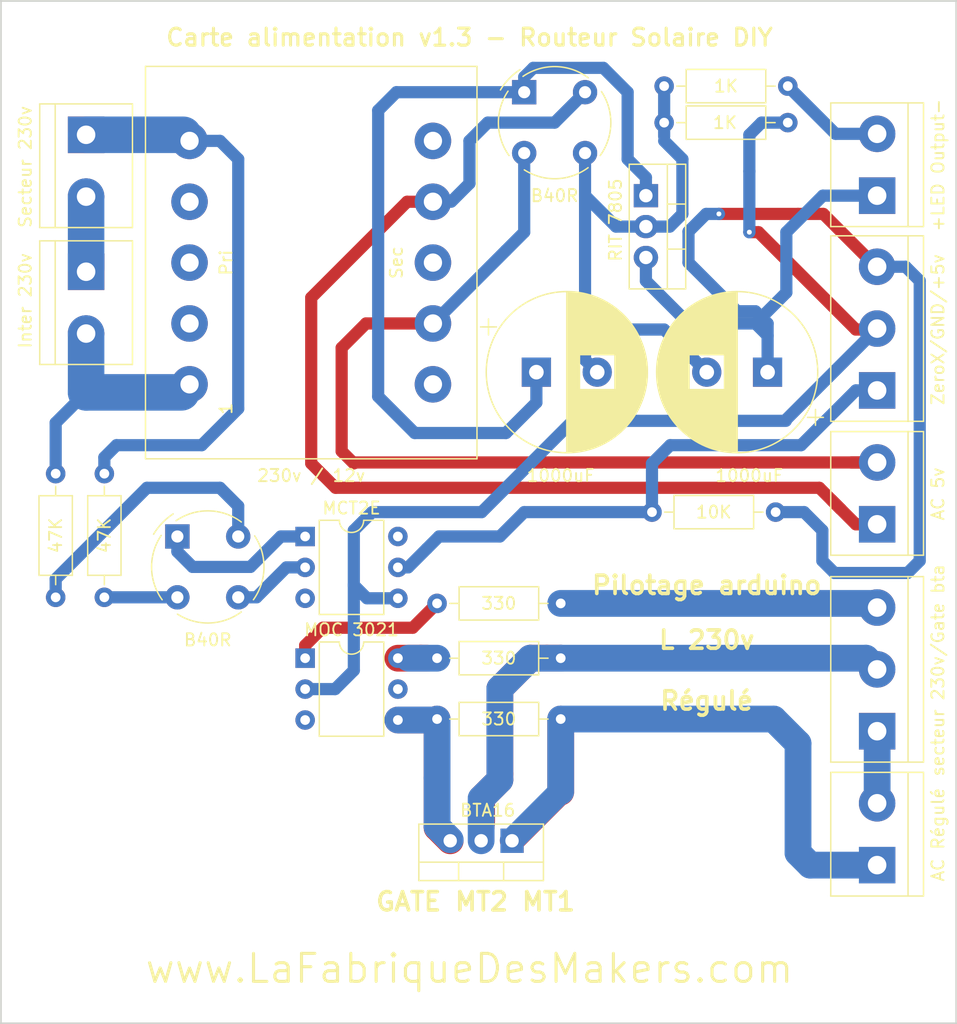
<source format=kicad_pcb>
(kicad_pcb (version 20171130) (host pcbnew 5.0.2+dfsg1-1+deb10u1)

  (general
    (thickness 1.6)
    (drawings 12)
    (tracks 216)
    (zones 0)
    (modules 28)
    (nets 1)
  )

  (page A4)
  (layers
    (0 F.Cu signal)
    (31 B.Cu signal)
    (32 B.Adhes user)
    (33 F.Adhes user)
    (34 B.Paste user)
    (35 F.Paste user)
    (36 B.SilkS user)
    (37 F.SilkS user)
    (38 B.Mask user)
    (39 F.Mask user)
    (40 Dwgs.User user)
    (41 Cmts.User user)
    (42 Eco1.User user)
    (43 Eco2.User user)
    (44 Edge.Cuts user)
    (45 Margin user)
    (46 B.CrtYd user)
    (47 F.CrtYd user)
    (48 B.Fab user hide)
    (49 F.Fab user hide)
  )

  (setup
    (last_trace_width 0.25)
    (trace_clearance 0.2)
    (zone_clearance 0.508)
    (zone_45_only no)
    (trace_min 0.2)
    (segment_width 0.2)
    (edge_width 0.15)
    (via_size 0.8)
    (via_drill 0.4)
    (via_min_size 0.4)
    (via_min_drill 0.3)
    (uvia_size 0.3)
    (uvia_drill 0.1)
    (uvias_allowed no)
    (uvia_min_size 0.2)
    (uvia_min_drill 0.1)
    (pcb_text_width 0.3)
    (pcb_text_size 1.5 1.5)
    (mod_edge_width 0.15)
    (mod_text_size 1 1)
    (mod_text_width 0.15)
    (pad_size 1.524 1.524)
    (pad_drill 0.762)
    (pad_to_mask_clearance 0.051)
    (solder_mask_min_width 0.25)
    (aux_axis_origin 0 0)
    (visible_elements FFFFFF7F)
    (pcbplotparams
      (layerselection 0x010f0_ffffffff)
      (usegerberextensions true)
      (usegerberattributes false)
      (usegerberadvancedattributes false)
      (creategerberjobfile false)
      (excludeedgelayer true)
      (linewidth 0.150000)
      (plotframeref false)
      (viasonmask false)
      (mode 1)
      (useauxorigin false)
      (hpglpennumber 1)
      (hpglpenspeed 20)
      (hpglpendiameter 15.000000)
      (psnegative false)
      (psa4output false)
      (plotreference true)
      (plotvalue true)
      (plotinvisibletext false)
      (padsonsilk false)
      (subtractmaskfromsilk false)
      (outputformat 1)
      (mirror false)
      (drillshape 0)
      (scaleselection 1)
      (outputdirectory "Gerber/"))
  )

  (net 0 "")

  (net_class Default "Ceci est la Netclass par défaut."
    (clearance 0.2)
    (trace_width 0.25)
    (via_dia 0.8)
    (via_drill 0.4)
    (uvia_dia 0.3)
    (uvia_drill 0.1)
  )

  (module TerminalBlock:TerminalBlock_bornier-3_P5.08mm (layer F.Cu) (tedit 655773A7) (tstamp 6563A967)
    (at 180.5 136 90)
    (descr "simple 3-pin terminal block, pitch 5.08mm, revamped version of bornier3")
    (tags "terminal block bornier3")
    (fp_text reference "secteur 230v/Gate bta" (at 5 5 90) (layer F.SilkS)
      (effects (font (size 1 1) (thickness 0.15)))
    )
    (fp_text value TerminalBlock_bornier-3_P5.08mm (at 5.08 5.08 90) (layer F.Fab)
      (effects (font (size 1 1) (thickness 0.15)))
    )
    (fp_text user %R (at 5.08 0 90) (layer F.Fab)
      (effects (font (size 1 1) (thickness 0.15)))
    )
    (fp_line (start -2.47 2.55) (end 12.63 2.55) (layer F.Fab) (width 0.1))
    (fp_line (start -2.47 -3.75) (end 12.63 -3.75) (layer F.Fab) (width 0.1))
    (fp_line (start 12.63 -3.75) (end 12.63 3.75) (layer F.Fab) (width 0.1))
    (fp_line (start 12.63 3.75) (end -2.47 3.75) (layer F.Fab) (width 0.1))
    (fp_line (start -2.47 3.75) (end -2.47 -3.75) (layer F.Fab) (width 0.1))
    (fp_line (start -2.54 3.81) (end -2.54 -3.81) (layer F.SilkS) (width 0.12))
    (fp_line (start 12.7 3.81) (end 12.7 -3.81) (layer F.SilkS) (width 0.12))
    (fp_line (start -2.54 2.54) (end 12.7 2.54) (layer F.SilkS) (width 0.12))
    (fp_line (start -2.54 -3.81) (end 12.7 -3.81) (layer F.SilkS) (width 0.12))
    (fp_line (start -2.54 3.81) (end 12.7 3.81) (layer F.SilkS) (width 0.12))
    (fp_line (start -2.72 -4) (end 12.88 -4) (layer F.CrtYd) (width 0.05))
    (fp_line (start -2.72 -4) (end -2.72 4) (layer F.CrtYd) (width 0.05))
    (fp_line (start 12.88 4) (end 12.88 -4) (layer F.CrtYd) (width 0.05))
    (fp_line (start 12.88 4) (end -2.72 4) (layer F.CrtYd) (width 0.05))
    (pad 1 thru_hole rect (at 0 0 90) (size 3 3) (drill 1.52) (layers *.Cu *.Mask))
    (pad 2 thru_hole circle (at 5.08 0 90) (size 3 3) (drill 1.52) (layers *.Cu *.Mask))
    (pad 3 thru_hole circle (at 10.16 0 90) (size 3 3) (drill 1.52) (layers *.Cu *.Mask))
    (model ${KISYS3DMOD}/TerminalBlock.3dshapes/TerminalBlock_bornier-3_P5.08mm.wrl
      (offset (xyz 5.079999923706055 0 0))
      (scale (xyz 1 1 1))
      (rotate (xyz 0 0 0))
    )
  )

  (module Resistor_THT:R_Axial_DIN0207_L6.3mm_D2.5mm_P10.16mm_Horizontal (layer F.Cu) (tedit 65576419) (tstamp 6563A799)
    (at 154.5 125.5 180)
    (descr "Resistor, Axial_DIN0207 series, Axial, Horizontal, pin pitch=10.16mm, 0.25W = 1/4W, length*diameter=6.3*2.5mm^2, http://cdn-reichelt.de/documents/datenblatt/B400/1_4W%23YAG.pdf")
    (tags "Resistor Axial_DIN0207 series Axial Horizontal pin pitch 10.16mm 0.25W = 1/4W length 6.3mm diameter 2.5mm")
    (fp_text reference 330 (at 5.08 0 180) (layer F.SilkS)
      (effects (font (size 1 1) (thickness 0.15)))
    )
    (fp_text value R_Axial_DIN0207_L6.3mm_D2.5mm_P10.16mm_Horizontal (at 5.08 2.37 180) (layer F.Fab)
      (effects (font (size 1 1) (thickness 0.15)))
    )
    (fp_text user %R (at 5.08 0 180) (layer F.Fab)
      (effects (font (size 1 1) (thickness 0.15)))
    )
    (fp_line (start 11.21 -1.5) (end -1.05 -1.5) (layer F.CrtYd) (width 0.05))
    (fp_line (start 11.21 1.5) (end 11.21 -1.5) (layer F.CrtYd) (width 0.05))
    (fp_line (start -1.05 1.5) (end 11.21 1.5) (layer F.CrtYd) (width 0.05))
    (fp_line (start -1.05 -1.5) (end -1.05 1.5) (layer F.CrtYd) (width 0.05))
    (fp_line (start 9.12 0) (end 8.35 0) (layer F.SilkS) (width 0.12))
    (fp_line (start 1.04 0) (end 1.81 0) (layer F.SilkS) (width 0.12))
    (fp_line (start 8.35 -1.37) (end 1.81 -1.37) (layer F.SilkS) (width 0.12))
    (fp_line (start 8.35 1.37) (end 8.35 -1.37) (layer F.SilkS) (width 0.12))
    (fp_line (start 1.81 1.37) (end 8.35 1.37) (layer F.SilkS) (width 0.12))
    (fp_line (start 1.81 -1.37) (end 1.81 1.37) (layer F.SilkS) (width 0.12))
    (fp_line (start 10.16 0) (end 8.23 0) (layer F.Fab) (width 0.1))
    (fp_line (start 0 0) (end 1.93 0) (layer F.Fab) (width 0.1))
    (fp_line (start 8.23 -1.25) (end 1.93 -1.25) (layer F.Fab) (width 0.1))
    (fp_line (start 8.23 1.25) (end 8.23 -1.25) (layer F.Fab) (width 0.1))
    (fp_line (start 1.93 1.25) (end 8.23 1.25) (layer F.Fab) (width 0.1))
    (fp_line (start 1.93 -1.25) (end 1.93 1.25) (layer F.Fab) (width 0.1))
    (pad 2 thru_hole oval (at 10.16 0 180) (size 1.6 1.6) (drill 0.8) (layers *.Cu *.Mask))
    (pad 1 thru_hole circle (at 0 0 180) (size 1.6 1.6) (drill 0.8) (layers *.Cu *.Mask))
    (model ${KISYS3DMOD}/Resistor_THT.3dshapes/R_Axial_DIN0207_L6.3mm_D2.5mm_P10.16mm_Horizontal.wrl
      (at (xyz 0 0 0))
      (scale (xyz 1 1 1))
      (rotate (xyz 0 0 0))
    )
  )

  (module Package_TO_SOT_THT:TO-220-3_Vertical (layer F.Cu) (tedit 65576811) (tstamp 6563A25E)
    (at 150.5 145 180)
    (descr "TO-220-3, Vertical, RM 2.54mm, see https://www.vishay.com/docs/66542/to-220-1.pdf")
    (tags "TO-220-3 Vertical RM 2.54mm")
    (fp_text reference BTA16 (at 2 2.5 180) (layer F.SilkS)
      (effects (font (size 1 1) (thickness 0.15)))
    )
    (fp_text value TO-220-3_Vertical (at 2.54 2.5 180) (layer F.Fab)
      (effects (font (size 1 1) (thickness 0.15)))
    )
    (fp_line (start -2.46 -3.15) (end -2.46 1.25) (layer F.Fab) (width 0.1))
    (fp_line (start -2.46 1.25) (end 7.54 1.25) (layer F.Fab) (width 0.1))
    (fp_line (start 7.54 1.25) (end 7.54 -3.15) (layer F.Fab) (width 0.1))
    (fp_line (start 7.54 -3.15) (end -2.46 -3.15) (layer F.Fab) (width 0.1))
    (fp_line (start -2.46 -1.88) (end 7.54 -1.88) (layer F.Fab) (width 0.1))
    (fp_line (start 0.69 -3.15) (end 0.69 -1.88) (layer F.Fab) (width 0.1))
    (fp_line (start 4.39 -3.15) (end 4.39 -1.88) (layer F.Fab) (width 0.1))
    (fp_line (start -2.58 -3.27) (end 7.66 -3.27) (layer F.SilkS) (width 0.12))
    (fp_line (start -2.58 1.371) (end 7.66 1.371) (layer F.SilkS) (width 0.12))
    (fp_line (start -2.58 -3.27) (end -2.58 1.371) (layer F.SilkS) (width 0.12))
    (fp_line (start 7.66 -3.27) (end 7.66 1.371) (layer F.SilkS) (width 0.12))
    (fp_line (start -2.58 -1.76) (end 7.66 -1.76) (layer F.SilkS) (width 0.12))
    (fp_line (start 0.69 -3.27) (end 0.69 -1.76) (layer F.SilkS) (width 0.12))
    (fp_line (start 4.391 -3.27) (end 4.391 -1.76) (layer F.SilkS) (width 0.12))
    (fp_line (start -2.71 -3.4) (end -2.71 1.51) (layer F.CrtYd) (width 0.05))
    (fp_line (start -2.71 1.51) (end 7.79 1.51) (layer F.CrtYd) (width 0.05))
    (fp_line (start 7.79 1.51) (end 7.79 -3.4) (layer F.CrtYd) (width 0.05))
    (fp_line (start 7.79 -3.4) (end -2.71 -3.4) (layer F.CrtYd) (width 0.05))
    (fp_text user %R (at 2.54 -4.27 180) (layer F.Fab)
      (effects (font (size 1 1) (thickness 0.15)))
    )
    (pad 1 thru_hole rect (at 0 0 180) (size 1.905 2) (drill 1.1) (layers *.Cu *.Mask))
    (pad 2 thru_hole oval (at 2.54 0 180) (size 1.905 2) (drill 1.1) (layers *.Cu *.Mask))
    (pad 3 thru_hole oval (at 5.08 0 180) (size 1.905 2) (drill 1.1) (layers *.Cu *.Mask))
    (model ${KISYS3DMOD}/Package_TO_SOT_THT.3dshapes/TO-220-3_Vertical.wrl
      (at (xyz 0 0 0))
      (scale (xyz 1 1 1))
      (rotate (xyz 0 0 0))
    )
  )

  (module TerminalBlock:TerminalBlock_bornier-2_P5.08mm (layer F.Cu) (tedit 65577089) (tstamp 6563A1E4)
    (at 180.5 147 90)
    (descr "simple 2-pin terminal block, pitch 5.08mm, revamped version of bornier2")
    (tags "terminal block bornier2")
    (fp_text reference "AC Régulé" (at 2.5 5 90) (layer F.SilkS)
      (effects (font (size 1 1) (thickness 0.15)))
    )
    (fp_text value TerminalBlock_bornier-2_P5.08mm (at 2.54 5.08 90) (layer F.Fab)
      (effects (font (size 1 1) (thickness 0.15)))
    )
    (fp_text user %R (at 2.54 0 90) (layer F.Fab)
      (effects (font (size 1 1) (thickness 0.15)))
    )
    (fp_line (start -2.41 2.55) (end 7.49 2.55) (layer F.Fab) (width 0.1))
    (fp_line (start -2.46 -3.75) (end -2.46 3.75) (layer F.Fab) (width 0.1))
    (fp_line (start -2.46 3.75) (end 7.54 3.75) (layer F.Fab) (width 0.1))
    (fp_line (start 7.54 3.75) (end 7.54 -3.75) (layer F.Fab) (width 0.1))
    (fp_line (start 7.54 -3.75) (end -2.46 -3.75) (layer F.Fab) (width 0.1))
    (fp_line (start 7.62 2.54) (end -2.54 2.54) (layer F.SilkS) (width 0.12))
    (fp_line (start 7.62 3.81) (end 7.62 -3.81) (layer F.SilkS) (width 0.12))
    (fp_line (start 7.62 -3.81) (end -2.54 -3.81) (layer F.SilkS) (width 0.12))
    (fp_line (start -2.54 -3.81) (end -2.54 3.81) (layer F.SilkS) (width 0.12))
    (fp_line (start -2.54 3.81) (end 7.62 3.81) (layer F.SilkS) (width 0.12))
    (fp_line (start -2.71 -4) (end 7.79 -4) (layer F.CrtYd) (width 0.05))
    (fp_line (start -2.71 -4) (end -2.71 4) (layer F.CrtYd) (width 0.05))
    (fp_line (start 7.79 4) (end 7.79 -4) (layer F.CrtYd) (width 0.05))
    (fp_line (start 7.79 4) (end -2.71 4) (layer F.CrtYd) (width 0.05))
    (pad 1 thru_hole rect (at 0 0 90) (size 3 3) (drill 1.52) (layers *.Cu *.Mask))
    (pad 2 thru_hole circle (at 5.08 0 90) (size 3 3) (drill 1.52) (layers *.Cu *.Mask))
    (model ${KISYS3DMOD}/TerminalBlock.3dshapes/TerminalBlock_bornier-2_P5.08mm.wrl
      (offset (xyz 2.539999961853027 0 0))
      (scale (xyz 1 1 1))
      (rotate (xyz 0 0 0))
    )
  )

  (module Resistor_THT:R_Axial_DIN0207_L6.3mm_D2.5mm_P10.16mm_Horizontal (layer F.Cu) (tedit 65576419) (tstamp 6563A0F5)
    (at 154.5 135 180)
    (descr "Resistor, Axial_DIN0207 series, Axial, Horizontal, pin pitch=10.16mm, 0.25W = 1/4W, length*diameter=6.3*2.5mm^2, http://cdn-reichelt.de/documents/datenblatt/B400/1_4W%23YAG.pdf")
    (tags "Resistor Axial_DIN0207 series Axial Horizontal pin pitch 10.16mm 0.25W = 1/4W length 6.3mm diameter 2.5mm")
    (fp_text reference 330 (at 5.08 0 180) (layer F.SilkS)
      (effects (font (size 1 1) (thickness 0.15)))
    )
    (fp_text value R_Axial_DIN0207_L6.3mm_D2.5mm_P10.16mm_Horizontal (at 5.08 2.37 180) (layer F.Fab)
      (effects (font (size 1 1) (thickness 0.15)))
    )
    (fp_line (start 1.93 -1.25) (end 1.93 1.25) (layer F.Fab) (width 0.1))
    (fp_line (start 1.93 1.25) (end 8.23 1.25) (layer F.Fab) (width 0.1))
    (fp_line (start 8.23 1.25) (end 8.23 -1.25) (layer F.Fab) (width 0.1))
    (fp_line (start 8.23 -1.25) (end 1.93 -1.25) (layer F.Fab) (width 0.1))
    (fp_line (start 0 0) (end 1.93 0) (layer F.Fab) (width 0.1))
    (fp_line (start 10.16 0) (end 8.23 0) (layer F.Fab) (width 0.1))
    (fp_line (start 1.81 -1.37) (end 1.81 1.37) (layer F.SilkS) (width 0.12))
    (fp_line (start 1.81 1.37) (end 8.35 1.37) (layer F.SilkS) (width 0.12))
    (fp_line (start 8.35 1.37) (end 8.35 -1.37) (layer F.SilkS) (width 0.12))
    (fp_line (start 8.35 -1.37) (end 1.81 -1.37) (layer F.SilkS) (width 0.12))
    (fp_line (start 1.04 0) (end 1.81 0) (layer F.SilkS) (width 0.12))
    (fp_line (start 9.12 0) (end 8.35 0) (layer F.SilkS) (width 0.12))
    (fp_line (start -1.05 -1.5) (end -1.05 1.5) (layer F.CrtYd) (width 0.05))
    (fp_line (start -1.05 1.5) (end 11.21 1.5) (layer F.CrtYd) (width 0.05))
    (fp_line (start 11.21 1.5) (end 11.21 -1.5) (layer F.CrtYd) (width 0.05))
    (fp_line (start 11.21 -1.5) (end -1.05 -1.5) (layer F.CrtYd) (width 0.05))
    (fp_text user %R (at 5.08 0 180) (layer F.Fab)
      (effects (font (size 1 1) (thickness 0.15)))
    )
    (pad 1 thru_hole circle (at 0 0 180) (size 1.6 1.6) (drill 0.8) (layers *.Cu *.Mask))
    (pad 2 thru_hole oval (at 10.16 0 180) (size 1.6 1.6) (drill 0.8) (layers *.Cu *.Mask))
    (model ${KISYS3DMOD}/Resistor_THT.3dshapes/R_Axial_DIN0207_L6.3mm_D2.5mm_P10.16mm_Horizontal.wrl
      (at (xyz 0 0 0))
      (scale (xyz 1 1 1))
      (rotate (xyz 0 0 0))
    )
  )

  (module Resistor_THT:R_Axial_DIN0207_L6.3mm_D2.5mm_P10.16mm_Horizontal (layer F.Cu) (tedit 65576419) (tstamp 6563A0B3)
    (at 154.5 130 180)
    (descr "Resistor, Axial_DIN0207 series, Axial, Horizontal, pin pitch=10.16mm, 0.25W = 1/4W, length*diameter=6.3*2.5mm^2, http://cdn-reichelt.de/documents/datenblatt/B400/1_4W%23YAG.pdf")
    (tags "Resistor Axial_DIN0207 series Axial Horizontal pin pitch 10.16mm 0.25W = 1/4W length 6.3mm diameter 2.5mm")
    (fp_text reference 330 (at 5.08 0 180) (layer F.SilkS)
      (effects (font (size 1 1) (thickness 0.15)))
    )
    (fp_text value R_Axial_DIN0207_L6.3mm_D2.5mm_P10.16mm_Horizontal (at 5.08 2.37 180) (layer F.Fab)
      (effects (font (size 1 1) (thickness 0.15)))
    )
    (fp_text user %R (at 5.08 0 180) (layer F.Fab)
      (effects (font (size 1 1) (thickness 0.15)))
    )
    (fp_line (start 11.21 -1.5) (end -1.05 -1.5) (layer F.CrtYd) (width 0.05))
    (fp_line (start 11.21 1.5) (end 11.21 -1.5) (layer F.CrtYd) (width 0.05))
    (fp_line (start -1.05 1.5) (end 11.21 1.5) (layer F.CrtYd) (width 0.05))
    (fp_line (start -1.05 -1.5) (end -1.05 1.5) (layer F.CrtYd) (width 0.05))
    (fp_line (start 9.12 0) (end 8.35 0) (layer F.SilkS) (width 0.12))
    (fp_line (start 1.04 0) (end 1.81 0) (layer F.SilkS) (width 0.12))
    (fp_line (start 8.35 -1.37) (end 1.81 -1.37) (layer F.SilkS) (width 0.12))
    (fp_line (start 8.35 1.37) (end 8.35 -1.37) (layer F.SilkS) (width 0.12))
    (fp_line (start 1.81 1.37) (end 8.35 1.37) (layer F.SilkS) (width 0.12))
    (fp_line (start 1.81 -1.37) (end 1.81 1.37) (layer F.SilkS) (width 0.12))
    (fp_line (start 10.16 0) (end 8.23 0) (layer F.Fab) (width 0.1))
    (fp_line (start 0 0) (end 1.93 0) (layer F.Fab) (width 0.1))
    (fp_line (start 8.23 -1.25) (end 1.93 -1.25) (layer F.Fab) (width 0.1))
    (fp_line (start 8.23 1.25) (end 8.23 -1.25) (layer F.Fab) (width 0.1))
    (fp_line (start 1.93 1.25) (end 8.23 1.25) (layer F.Fab) (width 0.1))
    (fp_line (start 1.93 -1.25) (end 1.93 1.25) (layer F.Fab) (width 0.1))
    (pad 2 thru_hole oval (at 10.16 0 180) (size 1.6 1.6) (drill 0.8) (layers *.Cu *.Mask))
    (pad 1 thru_hole circle (at 0 0 180) (size 1.6 1.6) (drill 0.8) (layers *.Cu *.Mask))
    (model ${KISYS3DMOD}/Resistor_THT.3dshapes/R_Axial_DIN0207_L6.3mm_D2.5mm_P10.16mm_Horizontal.wrl
      (at (xyz 0 0 0))
      (scale (xyz 1 1 1))
      (rotate (xyz 0 0 0))
    )
  )

  (module Package_DIP:DIP-6_W7.62mm (layer F.Cu) (tedit 655763B1) (tstamp 6563A00D)
    (at 133.5 130)
    (descr "6-lead though-hole mounted DIP package, row spacing 7.62 mm (300 mils)")
    (tags "THT DIP DIL PDIP 2.54mm 7.62mm 300mil")
    (fp_text reference "MOC 3021" (at 3.81 -2.33) (layer F.SilkS)
      (effects (font (size 1 1) (thickness 0.15)))
    )
    (fp_text value DIP-6_W7.62mm (at 3.81 7.41) (layer F.Fab)
      (effects (font (size 1 1) (thickness 0.15)))
    )
    (fp_arc (start 3.81 -1.33) (end 2.81 -1.33) (angle -180) (layer F.SilkS) (width 0.12))
    (fp_line (start 1.635 -1.27) (end 6.985 -1.27) (layer F.Fab) (width 0.1))
    (fp_line (start 6.985 -1.27) (end 6.985 6.35) (layer F.Fab) (width 0.1))
    (fp_line (start 6.985 6.35) (end 0.635 6.35) (layer F.Fab) (width 0.1))
    (fp_line (start 0.635 6.35) (end 0.635 -0.27) (layer F.Fab) (width 0.1))
    (fp_line (start 0.635 -0.27) (end 1.635 -1.27) (layer F.Fab) (width 0.1))
    (fp_line (start 2.81 -1.33) (end 1.16 -1.33) (layer F.SilkS) (width 0.12))
    (fp_line (start 1.16 -1.33) (end 1.16 6.41) (layer F.SilkS) (width 0.12))
    (fp_line (start 1.16 6.41) (end 6.46 6.41) (layer F.SilkS) (width 0.12))
    (fp_line (start 6.46 6.41) (end 6.46 -1.33) (layer F.SilkS) (width 0.12))
    (fp_line (start 6.46 -1.33) (end 4.81 -1.33) (layer F.SilkS) (width 0.12))
    (fp_line (start -1.1 -1.55) (end -1.1 6.6) (layer F.CrtYd) (width 0.05))
    (fp_line (start -1.1 6.6) (end 8.7 6.6) (layer F.CrtYd) (width 0.05))
    (fp_line (start 8.7 6.6) (end 8.7 -1.55) (layer F.CrtYd) (width 0.05))
    (fp_line (start 8.7 -1.55) (end -1.1 -1.55) (layer F.CrtYd) (width 0.05))
    (fp_text user %R (at 3.81 2.54) (layer F.Fab)
      (effects (font (size 1 1) (thickness 0.15)))
    )
    (pad 1 thru_hole rect (at 0 0) (size 1.6 1.6) (drill 0.8) (layers *.Cu *.Mask))
    (pad 4 thru_hole oval (at 7.62 5.08) (size 1.6 1.6) (drill 0.8) (layers *.Cu *.Mask))
    (pad 2 thru_hole oval (at 0 2.54) (size 1.6 1.6) (drill 0.8) (layers *.Cu *.Mask))
    (pad 5 thru_hole oval (at 7.62 2.54) (size 1.6 1.6) (drill 0.8) (layers *.Cu *.Mask))
    (pad 3 thru_hole oval (at 0 5.08) (size 1.6 1.6) (drill 0.8) (layers *.Cu *.Mask))
    (pad 6 thru_hole oval (at 7.62 0) (size 1.6 1.6) (drill 0.8) (layers *.Cu *.Mask))
    (model ${KISYS3DMOD}/Package_DIP.3dshapes/DIP-6_W7.62mm.wrl
      (at (xyz 0 0 0))
      (scale (xyz 1 1 1))
      (rotate (xyz 0 0 0))
    )
  )

  (module MountingHole:MountingHole_3.2mm_M3 (layer F.Cu) (tedit 65520376) (tstamp 65639F92)
    (at 183 156)
    (descr "Mounting Hole 3.2mm, no annular, M3")
    (tags "mounting hole 3.2mm no annular m3")
    (attr virtual)
    (fp_text reference "" (at 0 -4.2) (layer F.SilkS)
      (effects (font (size 1 1) (thickness 0.15)))
    )
    (fp_text value MountingHole_3.2mm_M3 (at 0 4.2) (layer F.Fab)
      (effects (font (size 1 1) (thickness 0.15)))
    )
    (fp_text user %R (at 0.3 0) (layer F.Fab)
      (effects (font (size 1 1) (thickness 0.15)))
    )
    (fp_circle (center 0 0) (end 3.2 0) (layer Cmts.User) (width 0.15))
    (fp_circle (center 0 0) (end 3.45 0) (layer F.CrtYd) (width 0.05))
    (pad 1 np_thru_hole circle (at 0 0) (size 3.2 3.2) (drill 3.2) (layers *.Cu *.Mask))
  )

  (module Resistor_THT:R_Axial_DIN0207_L6.3mm_D2.5mm_P10.16mm_Horizontal (layer F.Cu) (tedit 655745D3) (tstamp 65639EAF)
    (at 162 118)
    (descr "Resistor, Axial_DIN0207 series, Axial, Horizontal, pin pitch=10.16mm, 0.25W = 1/4W, length*diameter=6.3*2.5mm^2, http://cdn-reichelt.de/documents/datenblatt/B400/1_4W%23YAG.pdf")
    (tags "Resistor Axial_DIN0207 series Axial Horizontal pin pitch 10.16mm 0.25W = 1/4W length 6.3mm diameter 2.5mm")
    (fp_text reference 10K (at 5.08 0) (layer F.SilkS)
      (effects (font (size 1 1) (thickness 0.15)))
    )
    (fp_text value R_Axial_DIN0207_L6.3mm_D2.5mm_P10.16mm_Horizontal (at 5.08 2.37) (layer F.Fab)
      (effects (font (size 1 1) (thickness 0.15)))
    )
    (fp_text user %R (at 5.08 0) (layer F.Fab)
      (effects (font (size 1 1) (thickness 0.15)))
    )
    (fp_line (start 11.21 -1.5) (end -1.05 -1.5) (layer F.CrtYd) (width 0.05))
    (fp_line (start 11.21 1.5) (end 11.21 -1.5) (layer F.CrtYd) (width 0.05))
    (fp_line (start -1.05 1.5) (end 11.21 1.5) (layer F.CrtYd) (width 0.05))
    (fp_line (start -1.05 -1.5) (end -1.05 1.5) (layer F.CrtYd) (width 0.05))
    (fp_line (start 9.12 0) (end 8.35 0) (layer F.SilkS) (width 0.12))
    (fp_line (start 1.04 0) (end 1.81 0) (layer F.SilkS) (width 0.12))
    (fp_line (start 8.35 -1.37) (end 1.81 -1.37) (layer F.SilkS) (width 0.12))
    (fp_line (start 8.35 1.37) (end 8.35 -1.37) (layer F.SilkS) (width 0.12))
    (fp_line (start 1.81 1.37) (end 8.35 1.37) (layer F.SilkS) (width 0.12))
    (fp_line (start 1.81 -1.37) (end 1.81 1.37) (layer F.SilkS) (width 0.12))
    (fp_line (start 10.16 0) (end 8.23 0) (layer F.Fab) (width 0.1))
    (fp_line (start 0 0) (end 1.93 0) (layer F.Fab) (width 0.1))
    (fp_line (start 8.23 -1.25) (end 1.93 -1.25) (layer F.Fab) (width 0.1))
    (fp_line (start 8.23 1.25) (end 8.23 -1.25) (layer F.Fab) (width 0.1))
    (fp_line (start 1.93 1.25) (end 8.23 1.25) (layer F.Fab) (width 0.1))
    (fp_line (start 1.93 -1.25) (end 1.93 1.25) (layer F.Fab) (width 0.1))
    (pad 2 thru_hole oval (at 10.16 0) (size 1.6 1.6) (drill 0.8) (layers *.Cu *.Mask))
    (pad 1 thru_hole circle (at 0 0) (size 1.6 1.6) (drill 0.8) (layers *.Cu *.Mask))
    (model ${KISYS3DMOD}/Resistor_THT.3dshapes/R_Axial_DIN0207_L6.3mm_D2.5mm_P10.16mm_Horizontal.wrl
      (at (xyz 0 0 0))
      (scale (xyz 1 1 1))
      (rotate (xyz 0 0 0))
    )
  )

  (module Diode_THT:Diode_Bridge_Round_D9.0mm (layer F.Cu) (tedit 5F0F1507) (tstamp 65573F0E)
    (at 123 120)
    (descr "4-lead round diode bridge package, diameter 9.0mm, pin pitch 5.0mm, see https://diotec.com/tl_files/diotec/files/pdf/datasheets/b40r.pdf")
    (tags "diode bridge 9.0mm 8.85mm WOB pitch 5.0mm")
    (fp_text reference B40R (at 2.5 8.5) (layer F.SilkS)
      (effects (font (size 1 1) (thickness 0.15)))
    )
    (fp_text value Diode_Bridge_Round_D9.0mm (at 2.794 8.128) (layer F.Fab)
      (effects (font (size 1 1) (thickness 0.15)))
    )
    (fp_arc (start 2.5 2.5) (end -2 2.5) (angle 360) (layer F.Fab) (width 0.12))
    (fp_arc (start 2.5 2.5) (end -0.1 -1.3) (angle 71.12781967) (layer F.SilkS) (width 0.12))
    (fp_arc (start 2.5 2.5) (end 6.35 -0.05) (angle 69.27189832) (layer F.SilkS) (width 0.12))
    (fp_arc (start 2.5 2.5) (end 5.25 6.2) (angle 69.33515029) (layer F.SilkS) (width 0.12))
    (fp_text user %R (at 2.5 2.5) (layer F.Fab)
      (effects (font (size 1 1) (thickness 0.15)))
    )
    (fp_arc (start 2.5 2.5) (end -1.25 5.2) (angle 69.7860092) (layer F.SilkS) (width 0.12))
    (fp_arc (start 2.5 2.5) (end -0.35 -1.85) (angle -25.7) (layer F.SilkS) (width 0.12))
    (fp_circle (center 2.5 2.5) (end -1.3 -1.2) (layer F.CrtYd) (width 0.05))
    (pad 1 thru_hole rect (at 0 0) (size 2 2) (drill 1) (layers *.Cu *.Mask))
    (pad 3 thru_hole oval (at 5 5) (size 2 2) (drill 1) (layers *.Cu *.Mask))
    (pad 2 thru_hole oval (at 0 5) (size 2 2) (drill 1) (layers *.Cu *.Mask))
    (pad 4 thru_hole oval (at 5 0) (size 2 2) (drill 1) (layers *.Cu *.Mask))
    (model ${KISYS3DMOD}/Diode_THT.3dshapes/Diode_Bridge_Round_D9.0mm.wrl
      (at (xyz 0 0 0))
      (scale (xyz 1 1 1))
      (rotate (xyz 0 0 0))
    )
  )

  (module Resistor_THT:R_Axial_DIN0207_L6.3mm_D2.5mm_P10.16mm_Horizontal (layer F.Cu) (tedit 65573E25) (tstamp 65573ECC)
    (at 117 125 90)
    (descr "Resistor, Axial_DIN0207 series, Axial, Horizontal, pin pitch=10.16mm, 0.25W = 1/4W, length*diameter=6.3*2.5mm^2, http://cdn-reichelt.de/documents/datenblatt/B400/1_4W%23YAG.pdf")
    (tags "Resistor Axial_DIN0207 series Axial Horizontal pin pitch 10.16mm 0.25W = 1/4W length 6.3mm diameter 2.5mm")
    (fp_text reference 47K (at 5.08 0 90) (layer F.SilkS)
      (effects (font (size 1 1) (thickness 0.15)))
    )
    (fp_text value R_Axial_DIN0207_L6.3mm_D2.5mm_P10.16mm_Horizontal (at 5.08 2.37 90) (layer F.Fab)
      (effects (font (size 1 1) (thickness 0.15)))
    )
    (fp_line (start 1.93 -1.25) (end 1.93 1.25) (layer F.Fab) (width 0.1))
    (fp_line (start 1.93 1.25) (end 8.23 1.25) (layer F.Fab) (width 0.1))
    (fp_line (start 8.23 1.25) (end 8.23 -1.25) (layer F.Fab) (width 0.1))
    (fp_line (start 8.23 -1.25) (end 1.93 -1.25) (layer F.Fab) (width 0.1))
    (fp_line (start 0 0) (end 1.93 0) (layer F.Fab) (width 0.1))
    (fp_line (start 10.16 0) (end 8.23 0) (layer F.Fab) (width 0.1))
    (fp_line (start 1.81 -1.37) (end 1.81 1.37) (layer F.SilkS) (width 0.12))
    (fp_line (start 1.81 1.37) (end 8.35 1.37) (layer F.SilkS) (width 0.12))
    (fp_line (start 8.35 1.37) (end 8.35 -1.37) (layer F.SilkS) (width 0.12))
    (fp_line (start 8.35 -1.37) (end 1.81 -1.37) (layer F.SilkS) (width 0.12))
    (fp_line (start 1.04 0) (end 1.81 0) (layer F.SilkS) (width 0.12))
    (fp_line (start 9.12 0) (end 8.35 0) (layer F.SilkS) (width 0.12))
    (fp_line (start -1.05 -1.5) (end -1.05 1.5) (layer F.CrtYd) (width 0.05))
    (fp_line (start -1.05 1.5) (end 11.21 1.5) (layer F.CrtYd) (width 0.05))
    (fp_line (start 11.21 1.5) (end 11.21 -1.5) (layer F.CrtYd) (width 0.05))
    (fp_line (start 11.21 -1.5) (end -1.05 -1.5) (layer F.CrtYd) (width 0.05))
    (fp_text user %R (at 5.08 0 90) (layer F.Fab)
      (effects (font (size 1 1) (thickness 0.15)))
    )
    (pad 1 thru_hole circle (at 0 0 90) (size 1.6 1.6) (drill 0.8) (layers *.Cu *.Mask))
    (pad 2 thru_hole oval (at 10.16 0 90) (size 1.6 1.6) (drill 0.8) (layers *.Cu *.Mask))
    (model ${KISYS3DMOD}/Resistor_THT.3dshapes/R_Axial_DIN0207_L6.3mm_D2.5mm_P10.16mm_Horizontal.wrl
      (at (xyz 0 0 0))
      (scale (xyz 1 1 1))
      (rotate (xyz 0 0 0))
    )
  )

  (module Resistor_THT:R_Axial_DIN0207_L6.3mm_D2.5mm_P10.16mm_Horizontal (layer F.Cu) (tedit 65573E25) (tstamp 65573E30)
    (at 113 125 90)
    (descr "Resistor, Axial_DIN0207 series, Axial, Horizontal, pin pitch=10.16mm, 0.25W = 1/4W, length*diameter=6.3*2.5mm^2, http://cdn-reichelt.de/documents/datenblatt/B400/1_4W%23YAG.pdf")
    (tags "Resistor Axial_DIN0207 series Axial Horizontal pin pitch 10.16mm 0.25W = 1/4W length 6.3mm diameter 2.5mm")
    (fp_text reference 47K (at 5.08 0 90) (layer F.SilkS)
      (effects (font (size 1 1) (thickness 0.15)))
    )
    (fp_text value R_Axial_DIN0207_L6.3mm_D2.5mm_P10.16mm_Horizontal (at 5.08 2.37 90) (layer F.Fab)
      (effects (font (size 1 1) (thickness 0.15)))
    )
    (fp_text user %R (at 5.08 0 90) (layer F.Fab)
      (effects (font (size 1 1) (thickness 0.15)))
    )
    (fp_line (start 11.21 -1.5) (end -1.05 -1.5) (layer F.CrtYd) (width 0.05))
    (fp_line (start 11.21 1.5) (end 11.21 -1.5) (layer F.CrtYd) (width 0.05))
    (fp_line (start -1.05 1.5) (end 11.21 1.5) (layer F.CrtYd) (width 0.05))
    (fp_line (start -1.05 -1.5) (end -1.05 1.5) (layer F.CrtYd) (width 0.05))
    (fp_line (start 9.12 0) (end 8.35 0) (layer F.SilkS) (width 0.12))
    (fp_line (start 1.04 0) (end 1.81 0) (layer F.SilkS) (width 0.12))
    (fp_line (start 8.35 -1.37) (end 1.81 -1.37) (layer F.SilkS) (width 0.12))
    (fp_line (start 8.35 1.37) (end 8.35 -1.37) (layer F.SilkS) (width 0.12))
    (fp_line (start 1.81 1.37) (end 8.35 1.37) (layer F.SilkS) (width 0.12))
    (fp_line (start 1.81 -1.37) (end 1.81 1.37) (layer F.SilkS) (width 0.12))
    (fp_line (start 10.16 0) (end 8.23 0) (layer F.Fab) (width 0.1))
    (fp_line (start 0 0) (end 1.93 0) (layer F.Fab) (width 0.1))
    (fp_line (start 8.23 -1.25) (end 1.93 -1.25) (layer F.Fab) (width 0.1))
    (fp_line (start 8.23 1.25) (end 8.23 -1.25) (layer F.Fab) (width 0.1))
    (fp_line (start 1.93 1.25) (end 8.23 1.25) (layer F.Fab) (width 0.1))
    (fp_line (start 1.93 -1.25) (end 1.93 1.25) (layer F.Fab) (width 0.1))
    (pad 2 thru_hole oval (at 10.16 0 90) (size 1.6 1.6) (drill 0.8) (layers *.Cu *.Mask))
    (pad 1 thru_hole circle (at 0 0 90) (size 1.6 1.6) (drill 0.8) (layers *.Cu *.Mask))
    (model ${KISYS3DMOD}/Resistor_THT.3dshapes/R_Axial_DIN0207_L6.3mm_D2.5mm_P10.16mm_Horizontal.wrl
      (at (xyz 0 0 0))
      (scale (xyz 1 1 1))
      (rotate (xyz 0 0 0))
    )
  )

  (module MountingHole:MountingHole_3.2mm_M3 (layer F.Cu) (tedit 65520376) (tstamp 6553D4FD)
    (at 180.5 80.5)
    (descr "Mounting Hole 3.2mm, no annular, M3")
    (tags "mounting hole 3.2mm no annular m3")
    (attr virtual)
    (fp_text reference "" (at 0 -4.2) (layer F.SilkS)
      (effects (font (size 1 1) (thickness 0.15)))
    )
    (fp_text value MountingHole_3.2mm_M3 (at 0 4.2) (layer F.Fab)
      (effects (font (size 1 1) (thickness 0.15)))
    )
    (fp_text user %R (at 0.3 0) (layer F.Fab)
      (effects (font (size 1 1) (thickness 0.15)))
    )
    (fp_circle (center 0 0) (end 3.2 0) (layer Cmts.User) (width 0.15))
    (fp_circle (center 0 0) (end 3.45 0) (layer F.CrtYd) (width 0.05))
    (pad 1 np_thru_hole circle (at 0 0) (size 3.2 3.2) (drill 3.2) (layers *.Cu *.Mask))
  )

  (module TerminalBlock:TerminalBlock_bornier-2_P5.08mm (layer F.Cu) (tedit 6553D6A9) (tstamp 6553C9DD)
    (at 180.5 119 90)
    (descr "simple 2-pin terminal block, pitch 5.08mm, revamped version of bornier2")
    (tags "terminal block bornier2")
    (fp_text reference "AC 5v" (at 2.5 5 90) (layer F.SilkS)
      (effects (font (size 1 1) (thickness 0.15)))
    )
    (fp_text value TerminalBlock_bornier-2_P5.08mm (at 2.54 5.08 90) (layer F.Fab)
      (effects (font (size 1 1) (thickness 0.15)))
    )
    (fp_line (start 7.79 4) (end -2.71 4) (layer F.CrtYd) (width 0.05))
    (fp_line (start 7.79 4) (end 7.79 -4) (layer F.CrtYd) (width 0.05))
    (fp_line (start -2.71 -4) (end -2.71 4) (layer F.CrtYd) (width 0.05))
    (fp_line (start -2.71 -4) (end 7.79 -4) (layer F.CrtYd) (width 0.05))
    (fp_line (start -2.54 3.81) (end 7.62 3.81) (layer F.SilkS) (width 0.12))
    (fp_line (start -2.54 -3.81) (end -2.54 3.81) (layer F.SilkS) (width 0.12))
    (fp_line (start 7.62 -3.81) (end -2.54 -3.81) (layer F.SilkS) (width 0.12))
    (fp_line (start 7.62 3.81) (end 7.62 -3.81) (layer F.SilkS) (width 0.12))
    (fp_line (start 7.62 2.54) (end -2.54 2.54) (layer F.SilkS) (width 0.12))
    (fp_line (start 7.54 -3.75) (end -2.46 -3.75) (layer F.Fab) (width 0.1))
    (fp_line (start 7.54 3.75) (end 7.54 -3.75) (layer F.Fab) (width 0.1))
    (fp_line (start -2.46 3.75) (end 7.54 3.75) (layer F.Fab) (width 0.1))
    (fp_line (start -2.46 -3.75) (end -2.46 3.75) (layer F.Fab) (width 0.1))
    (fp_line (start -2.41 2.55) (end 7.49 2.55) (layer F.Fab) (width 0.1))
    (fp_text user %R (at 2.54 0 90) (layer F.Fab)
      (effects (font (size 1 1) (thickness 0.15)))
    )
    (pad 2 thru_hole circle (at 5.08 0 90) (size 3 3) (drill 1.52) (layers *.Cu *.Mask))
    (pad 1 thru_hole rect (at 0 0 90) (size 3 3) (drill 1.52) (layers *.Cu *.Mask))
    (model ${KISYS3DMOD}/TerminalBlock.3dshapes/TerminalBlock_bornier-2_P5.08mm.wrl
      (offset (xyz 2.539999961853027 0 0))
      (scale (xyz 1 1 1))
      (rotate (xyz 0 0 0))
    )
  )

  (module TerminalBlock:TerminalBlock_bornier-2_P5.08mm (layer F.Cu) (tedit 6553D350) (tstamp 655E95FC)
    (at 180.5 92 90)
    (descr "simple 2-pin terminal block, pitch 5.08mm, revamped version of bornier2")
    (tags "terminal block bornier2")
    (fp_text reference "+LED Output-" (at 2.5 5 90) (layer F.SilkS)
      (effects (font (size 1 1) (thickness 0.15)))
    )
    (fp_text value TerminalBlock_bornier-2_P5.08mm (at 2.54 5.08 90) (layer F.Fab)
      (effects (font (size 1 1) (thickness 0.15)))
    )
    (fp_line (start 7.79 4) (end -2.71 4) (layer F.CrtYd) (width 0.05))
    (fp_line (start 7.79 4) (end 7.79 -4) (layer F.CrtYd) (width 0.05))
    (fp_line (start -2.71 -4) (end -2.71 4) (layer F.CrtYd) (width 0.05))
    (fp_line (start -2.71 -4) (end 7.79 -4) (layer F.CrtYd) (width 0.05))
    (fp_line (start -2.54 3.81) (end 7.62 3.81) (layer F.SilkS) (width 0.12))
    (fp_line (start -2.54 -3.81) (end -2.54 3.81) (layer F.SilkS) (width 0.12))
    (fp_line (start 7.62 -3.81) (end -2.54 -3.81) (layer F.SilkS) (width 0.12))
    (fp_line (start 7.62 3.81) (end 7.62 -3.81) (layer F.SilkS) (width 0.12))
    (fp_line (start 7.62 2.54) (end -2.54 2.54) (layer F.SilkS) (width 0.12))
    (fp_line (start 7.54 -3.75) (end -2.46 -3.75) (layer F.Fab) (width 0.1))
    (fp_line (start 7.54 3.75) (end 7.54 -3.75) (layer F.Fab) (width 0.1))
    (fp_line (start -2.46 3.75) (end 7.54 3.75) (layer F.Fab) (width 0.1))
    (fp_line (start -2.46 -3.75) (end -2.46 3.75) (layer F.Fab) (width 0.1))
    (fp_line (start -2.41 2.55) (end 7.49 2.55) (layer F.Fab) (width 0.1))
    (fp_text user %R (at 2.54 0 90) (layer F.Fab)
      (effects (font (size 1 1) (thickness 0.15)))
    )
    (pad 2 thru_hole circle (at 5.08 0 90) (size 3 3) (drill 1.52) (layers *.Cu *.Mask))
    (pad 1 thru_hole rect (at 0 0 90) (size 3 3) (drill 1.52) (layers *.Cu *.Mask))
    (model ${KISYS3DMOD}/TerminalBlock.3dshapes/TerminalBlock_bornier-2_P5.08mm.wrl
      (offset (xyz 2.539999961853027 0 0))
      (scale (xyz 1 1 1))
      (rotate (xyz 0 0 0))
    )
  )

  (module TerminalBlock:TerminalBlock_bornier-2_P5.08mm (layer F.Cu) (tedit 6551F37A) (tstamp 655E8B7F)
    (at 115.5 98.25 270)
    (descr "simple 2-pin terminal block, pitch 5.08mm, revamped version of bornier2")
    (tags "terminal block bornier2")
    (fp_text reference "Inter 230v " (at 2 5 270) (layer F.SilkS)
      (effects (font (size 1 1) (thickness 0.15)))
    )
    (fp_text value TerminalBlock_bornier-2_P5.08mm (at 2.54 5.08 270) (layer F.Fab)
      (effects (font (size 1 1) (thickness 0.15)))
    )
    (fp_line (start 7.79 4) (end -2.71 4) (layer F.CrtYd) (width 0.05))
    (fp_line (start 7.79 4) (end 7.79 -4) (layer F.CrtYd) (width 0.05))
    (fp_line (start -2.71 -4) (end -2.71 4) (layer F.CrtYd) (width 0.05))
    (fp_line (start -2.71 -4) (end 7.79 -4) (layer F.CrtYd) (width 0.05))
    (fp_line (start -2.54 3.81) (end 7.62 3.81) (layer F.SilkS) (width 0.12))
    (fp_line (start -2.54 -3.81) (end -2.54 3.81) (layer F.SilkS) (width 0.12))
    (fp_line (start 7.62 -3.81) (end -2.54 -3.81) (layer F.SilkS) (width 0.12))
    (fp_line (start 7.62 3.81) (end 7.62 -3.81) (layer F.SilkS) (width 0.12))
    (fp_line (start 7.62 2.54) (end -2.54 2.54) (layer F.SilkS) (width 0.12))
    (fp_line (start 7.54 -3.75) (end -2.46 -3.75) (layer F.Fab) (width 0.1))
    (fp_line (start 7.54 3.75) (end 7.54 -3.75) (layer F.Fab) (width 0.1))
    (fp_line (start -2.46 3.75) (end 7.54 3.75) (layer F.Fab) (width 0.1))
    (fp_line (start -2.46 -3.75) (end -2.46 3.75) (layer F.Fab) (width 0.1))
    (fp_line (start -2.41 2.55) (end 7.49 2.55) (layer F.Fab) (width 0.1))
    (fp_text user %R (at 2.54 0 270) (layer F.Fab)
      (effects (font (size 1 1) (thickness 0.15)))
    )
    (pad 2 thru_hole circle (at 5.08 0 270) (size 3 3) (drill 1.52) (layers *.Cu *.Mask))
    (pad 1 thru_hole rect (at 0 0 270) (size 3 3) (drill 1.52) (layers *.Cu *.Mask))
    (model ${KISYS3DMOD}/TerminalBlock.3dshapes/TerminalBlock_bornier-2_P5.08mm.wrl
      (offset (xyz 2.539999961853027 0 0))
      (scale (xyz 1 1 1))
      (rotate (xyz 0 0 0))
    )
  )

  (module Transformer_THT:Transformer_CHK_EI30-2VA_1xSec (layer F.Cu) (tedit 5F0F11C4) (tstamp 6551EF12)
    (at 124 107.5)
    (descr "Trafo, Printtrafo, CHK, EI30, 2VA, 1x Sec,http://www.eratransformers.com/downloads/030-7585.0.pdf")
    (tags "Trafo Printtrafo CHK EI30 2VA 1x Sec ")
    (fp_text reference "230v / 12v" (at 10 7.5) (layer F.SilkS)
      (effects (font (size 1 1) (thickness 0.15)))
    )
    (fp_text value "230v - 5v AC" (at 10 -10 90) (layer F.Fab)
      (effects (font (size 1 1) (thickness 0.15)))
    )
    (fp_text user Sec (at 17 -10 90) (layer F.SilkS)
      (effects (font (size 1 1) (thickness 0.15)))
    )
    (fp_text user Pri (at 3 -10 90) (layer F.SilkS)
      (effects (font (size 1 1) (thickness 0.15)))
    )
    (fp_text user 9 (at 16 -4 90) (layer F.Fab)
      (effects (font (size 1 1) (thickness 0.15)))
    )
    (fp_text user 7 (at 16 -16 90) (layer F.Fab)
      (effects (font (size 1 1) (thickness 0.15)))
    )
    (fp_text user 5 (at 3 -22 90) (layer F.Fab)
      (effects (font (size 1 1) (thickness 0.15)))
    )
    (fp_text user 1 (at 3 2 90) (layer F.SilkS)
      (effects (font (size 1 1) (thickness 0.15)))
    )
    (fp_text user %R (at 10 -24.5) (layer F.Fab)
      (effects (font (size 1 1) (thickness 0.15)))
    )
    (fp_line (start 12 -6) (end 15 -6) (layer F.Fab) (width 0.1))
    (fp_line (start 15 -7) (end 12 -7) (layer F.Fab) (width 0.1))
    (fp_line (start 12 -8) (end 15 -8) (layer F.Fab) (width 0.1))
    (fp_line (start 15 -9) (end 12 -9) (layer F.Fab) (width 0.1))
    (fp_line (start 12 -10) (end 15 -10) (layer F.Fab) (width 0.1))
    (fp_line (start 15 -11) (end 12 -11) (layer F.Fab) (width 0.1))
    (fp_line (start 12 -12) (end 15 -12) (layer F.Fab) (width 0.1))
    (fp_line (start 15 -13) (end 12 -13) (layer F.Fab) (width 0.1))
    (fp_line (start 12 -14) (end 15 -14) (layer F.Fab) (width 0.1))
    (fp_line (start 13 -15) (end 12 -15) (layer F.Fab) (width 0.1))
    (fp_line (start 12 -15) (end 12 -5) (layer F.Fab) (width 0.1))
    (fp_line (start 12 -5) (end 13 -5) (layer F.Fab) (width 0.1))
    (fp_line (start 14 -15) (end 13 -15) (layer F.Fab) (width 0.1))
    (fp_line (start 13 -15) (end 13 -5) (layer F.Fab) (width 0.1))
    (fp_line (start 13 -5) (end 14 -5) (layer F.Fab) (width 0.1))
    (fp_line (start 15 -15) (end 14 -15) (layer F.Fab) (width 0.1))
    (fp_line (start 14 -15) (end 14 -5) (layer F.Fab) (width 0.1))
    (fp_line (start 14 -5) (end 15 -5) (layer F.Fab) (width 0.1))
    (fp_line (start 17 -15) (end 15 -15) (layer F.Fab) (width 0.1))
    (fp_line (start 15 -15) (end 15 -5) (layer F.Fab) (width 0.1))
    (fp_line (start 15 -5) (end 17 -5) (layer F.Fab) (width 0.1))
    (fp_line (start 5 -1) (end 8 -1) (layer F.Fab) (width 0.1))
    (fp_line (start 8 -2) (end 5 -2) (layer F.Fab) (width 0.1))
    (fp_line (start 5 -3) (end 8 -3) (layer F.Fab) (width 0.1))
    (fp_line (start 8 -4) (end 5 -4) (layer F.Fab) (width 0.1))
    (fp_line (start 5 -5) (end 8 -5) (layer F.Fab) (width 0.1))
    (fp_line (start 8 -6) (end 5 -6) (layer F.Fab) (width 0.1))
    (fp_line (start 5 -7) (end 8 -7) (layer F.Fab) (width 0.1))
    (fp_line (start 8 -8) (end 5 -8) (layer F.Fab) (width 0.1))
    (fp_line (start 5 -9) (end 8 -9) (layer F.Fab) (width 0.1))
    (fp_line (start 8 -10) (end 5 -10) (layer F.Fab) (width 0.1))
    (fp_line (start 5 -11) (end 8 -11) (layer F.Fab) (width 0.1))
    (fp_line (start 8 -12) (end 5 -12) (layer F.Fab) (width 0.1))
    (fp_line (start 5 -13) (end 8 -13) (layer F.Fab) (width 0.1))
    (fp_line (start 8 -14) (end 5 -14) (layer F.Fab) (width 0.1))
    (fp_line (start 5 -15) (end 8 -15) (layer F.Fab) (width 0.1))
    (fp_line (start 8 -16) (end 5 -16) (layer F.Fab) (width 0.1))
    (fp_line (start 5 -17) (end 8 -17) (layer F.Fab) (width 0.1))
    (fp_line (start 8 -18) (end 5 -18) (layer F.Fab) (width 0.1))
    (fp_line (start 5 -19) (end 8 -19) (layer F.Fab) (width 0.1))
    (fp_line (start 7 -20) (end 8 -20) (layer F.Fab) (width 0.1))
    (fp_line (start 8 -20) (end 8 0) (layer F.Fab) (width 0.1))
    (fp_line (start 8 0) (end 7 0) (layer F.Fab) (width 0.1))
    (fp_line (start 6 -20) (end 7 -20) (layer F.Fab) (width 0.1))
    (fp_line (start 7 -20) (end 7 0) (layer F.Fab) (width 0.1))
    (fp_line (start 7 0) (end 6 0) (layer F.Fab) (width 0.1))
    (fp_line (start 5 -20) (end 6 -20) (layer F.Fab) (width 0.1))
    (fp_line (start 6 -20) (end 6 0) (layer F.Fab) (width 0.1))
    (fp_line (start 6 0) (end 5 0) (layer F.Fab) (width 0.1))
    (fp_line (start 3 -20) (end 5 -20) (layer F.Fab) (width 0.1))
    (fp_line (start 5 -20) (end 5 0) (layer F.Fab) (width 0.1))
    (fp_line (start 5 0) (end 3 0) (layer F.Fab) (width 0.1))
    (fp_line (start -3.5 6) (end 23.5 6) (layer F.Fab) (width 0.1))
    (fp_line (start 23.5 6) (end 23.5 -26) (layer F.Fab) (width 0.1))
    (fp_line (start 23.5 -26) (end -3.5 -26) (layer F.Fab) (width 0.1))
    (fp_line (start -3.5 -26) (end -3.5 6) (layer F.Fab) (width 0.1))
    (fp_line (start -3.75 -26.25) (end 23.75 -26.25) (layer F.CrtYd) (width 0.05))
    (fp_line (start -3.75 -26.25) (end -3.75 6.25) (layer F.CrtYd) (width 0.05))
    (fp_line (start 23.75 6.25) (end 23.75 -26.25) (layer F.CrtYd) (width 0.05))
    (fp_line (start 23.75 6.25) (end -3.75 6.25) (layer F.CrtYd) (width 0.05))
    (fp_line (start -3.62 -26.12) (end 23.62 -26.12) (layer F.SilkS) (width 0.12))
    (fp_line (start -3.62 -26.12) (end -3.62 6.12) (layer F.SilkS) (width 0.12))
    (fp_line (start 23.62 6.12) (end 23.62 -26.12) (layer F.SilkS) (width 0.12))
    (fp_line (start 23.62 6.12) (end -3.62 6.12) (layer F.SilkS) (width 0.12))
    (pad 1 thru_hole circle (at 0 0) (size 3 3) (drill 1.5) (layers *.Cu *.Mask))
    (pad 2 thru_hole circle (at 0 -5) (size 3 3) (drill 1.5) (layers *.Cu *.Mask))
    (pad 3 thru_hole circle (at 0 -10) (size 3 3) (drill 1.5) (layers *.Cu *.Mask))
    (pad 4 thru_hole circle (at 0 -15) (size 3 3) (drill 1.5) (layers *.Cu *.Mask))
    (pad 5 thru_hole circle (at 0 -20) (size 3 3) (drill 1.5) (layers *.Cu *.Mask))
    (pad 6 thru_hole circle (at 20 -20) (size 3 3) (drill 1.5) (layers *.Cu *.Mask))
    (pad 7 thru_hole circle (at 20 -15) (size 3 3) (drill 1.5) (layers *.Cu *.Mask))
    (pad 8 thru_hole circle (at 20 -10) (size 3 3) (drill 1.5) (layers *.Cu *.Mask))
    (pad 9 thru_hole circle (at 20 -5) (size 3 3) (drill 1.5) (layers *.Cu *.Mask))
    (pad 10 thru_hole circle (at 20 0) (size 3 3) (drill 1.5) (layers *.Cu *.Mask))
    (model ${KISYS3DMOD}/Transformer_THT.3dshapes/Transformer_CHK_EI30-2VA_1xSec.wrl
      (at (xyz 0 0 0))
      (scale (xyz 1 1 1))
      (rotate (xyz 0 0 0))
    )
  )

  (module Capacitor_THT:CP_Radial_D13.0mm_P5.00mm (layer F.Cu) (tedit 5F0F11E2) (tstamp 6551EE17)
    (at 152.5 106.5)
    (descr "CP, Radial series, Radial, pin pitch=5.00mm, , diameter=13mm, Electrolytic Capacitor")
    (tags "CP Radial series Radial pin pitch 5.00mm  diameter 13mm Electrolytic Capacitor")
    (fp_text reference 1000uF (at 2 8.5) (layer F.SilkS)
      (effects (font (size 1 1) (thickness 0.15)))
    )
    (fp_text value CP_Radial_D13.0mm_P5.00mm (at 2.5 7.75) (layer F.Fab)
      (effects (font (size 1 1) (thickness 0.15)))
    )
    (fp_circle (center 2.5 0) (end 9 0) (layer F.Fab) (width 0.1))
    (fp_circle (center 2.5 0) (end 9.12 0) (layer F.SilkS) (width 0.12))
    (fp_circle (center 2.5 0) (end 9.25 0) (layer F.CrtYd) (width 0.05))
    (fp_line (start -3.082015 -2.8475) (end -1.782015 -2.8475) (layer F.Fab) (width 0.1))
    (fp_line (start -2.432015 -3.4975) (end -2.432015 -2.1975) (layer F.Fab) (width 0.1))
    (fp_line (start 2.5 -6.58) (end 2.5 6.58) (layer F.SilkS) (width 0.12))
    (fp_line (start 2.54 -6.58) (end 2.54 6.58) (layer F.SilkS) (width 0.12))
    (fp_line (start 2.58 -6.58) (end 2.58 6.58) (layer F.SilkS) (width 0.12))
    (fp_line (start 2.62 -6.579) (end 2.62 6.579) (layer F.SilkS) (width 0.12))
    (fp_line (start 2.66 -6.579) (end 2.66 6.579) (layer F.SilkS) (width 0.12))
    (fp_line (start 2.7 -6.577) (end 2.7 6.577) (layer F.SilkS) (width 0.12))
    (fp_line (start 2.74 -6.576) (end 2.74 6.576) (layer F.SilkS) (width 0.12))
    (fp_line (start 2.78 -6.575) (end 2.78 6.575) (layer F.SilkS) (width 0.12))
    (fp_line (start 2.82 -6.573) (end 2.82 6.573) (layer F.SilkS) (width 0.12))
    (fp_line (start 2.86 -6.571) (end 2.86 6.571) (layer F.SilkS) (width 0.12))
    (fp_line (start 2.9 -6.568) (end 2.9 6.568) (layer F.SilkS) (width 0.12))
    (fp_line (start 2.94 -6.566) (end 2.94 6.566) (layer F.SilkS) (width 0.12))
    (fp_line (start 2.98 -6.563) (end 2.98 6.563) (layer F.SilkS) (width 0.12))
    (fp_line (start 3.02 -6.56) (end 3.02 6.56) (layer F.SilkS) (width 0.12))
    (fp_line (start 3.06 -6.557) (end 3.06 6.557) (layer F.SilkS) (width 0.12))
    (fp_line (start 3.1 -6.553) (end 3.1 6.553) (layer F.SilkS) (width 0.12))
    (fp_line (start 3.14 -6.549) (end 3.14 6.549) (layer F.SilkS) (width 0.12))
    (fp_line (start 3.18 -6.545) (end 3.18 6.545) (layer F.SilkS) (width 0.12))
    (fp_line (start 3.221 -6.541) (end 3.221 6.541) (layer F.SilkS) (width 0.12))
    (fp_line (start 3.261 -6.537) (end 3.261 6.537) (layer F.SilkS) (width 0.12))
    (fp_line (start 3.301 -6.532) (end 3.301 6.532) (layer F.SilkS) (width 0.12))
    (fp_line (start 3.341 -6.527) (end 3.341 6.527) (layer F.SilkS) (width 0.12))
    (fp_line (start 3.381 -6.522) (end 3.381 6.522) (layer F.SilkS) (width 0.12))
    (fp_line (start 3.421 -6.516) (end 3.421 6.516) (layer F.SilkS) (width 0.12))
    (fp_line (start 3.461 -6.511) (end 3.461 6.511) (layer F.SilkS) (width 0.12))
    (fp_line (start 3.501 -6.505) (end 3.501 6.505) (layer F.SilkS) (width 0.12))
    (fp_line (start 3.541 -6.498) (end 3.541 6.498) (layer F.SilkS) (width 0.12))
    (fp_line (start 3.581 -6.492) (end 3.581 -1.44) (layer F.SilkS) (width 0.12))
    (fp_line (start 3.581 1.44) (end 3.581 6.492) (layer F.SilkS) (width 0.12))
    (fp_line (start 3.621 -6.485) (end 3.621 -1.44) (layer F.SilkS) (width 0.12))
    (fp_line (start 3.621 1.44) (end 3.621 6.485) (layer F.SilkS) (width 0.12))
    (fp_line (start 3.661 -6.478) (end 3.661 -1.44) (layer F.SilkS) (width 0.12))
    (fp_line (start 3.661 1.44) (end 3.661 6.478) (layer F.SilkS) (width 0.12))
    (fp_line (start 3.701 -6.471) (end 3.701 -1.44) (layer F.SilkS) (width 0.12))
    (fp_line (start 3.701 1.44) (end 3.701 6.471) (layer F.SilkS) (width 0.12))
    (fp_line (start 3.741 -6.463) (end 3.741 -1.44) (layer F.SilkS) (width 0.12))
    (fp_line (start 3.741 1.44) (end 3.741 6.463) (layer F.SilkS) (width 0.12))
    (fp_line (start 3.781 -6.456) (end 3.781 -1.44) (layer F.SilkS) (width 0.12))
    (fp_line (start 3.781 1.44) (end 3.781 6.456) (layer F.SilkS) (width 0.12))
    (fp_line (start 3.821 -6.448) (end 3.821 -1.44) (layer F.SilkS) (width 0.12))
    (fp_line (start 3.821 1.44) (end 3.821 6.448) (layer F.SilkS) (width 0.12))
    (fp_line (start 3.861 -6.439) (end 3.861 -1.44) (layer F.SilkS) (width 0.12))
    (fp_line (start 3.861 1.44) (end 3.861 6.439) (layer F.SilkS) (width 0.12))
    (fp_line (start 3.901 -6.431) (end 3.901 -1.44) (layer F.SilkS) (width 0.12))
    (fp_line (start 3.901 1.44) (end 3.901 6.431) (layer F.SilkS) (width 0.12))
    (fp_line (start 3.941 -6.422) (end 3.941 -1.44) (layer F.SilkS) (width 0.12))
    (fp_line (start 3.941 1.44) (end 3.941 6.422) (layer F.SilkS) (width 0.12))
    (fp_line (start 3.981 -6.413) (end 3.981 -1.44) (layer F.SilkS) (width 0.12))
    (fp_line (start 3.981 1.44) (end 3.981 6.413) (layer F.SilkS) (width 0.12))
    (fp_line (start 4.021 -6.404) (end 4.021 -1.44) (layer F.SilkS) (width 0.12))
    (fp_line (start 4.021 1.44) (end 4.021 6.404) (layer F.SilkS) (width 0.12))
    (fp_line (start 4.061 -6.394) (end 4.061 -1.44) (layer F.SilkS) (width 0.12))
    (fp_line (start 4.061 1.44) (end 4.061 6.394) (layer F.SilkS) (width 0.12))
    (fp_line (start 4.101 -6.384) (end 4.101 -1.44) (layer F.SilkS) (width 0.12))
    (fp_line (start 4.101 1.44) (end 4.101 6.384) (layer F.SilkS) (width 0.12))
    (fp_line (start 4.141 -6.374) (end 4.141 -1.44) (layer F.SilkS) (width 0.12))
    (fp_line (start 4.141 1.44) (end 4.141 6.374) (layer F.SilkS) (width 0.12))
    (fp_line (start 4.181 -6.364) (end 4.181 -1.44) (layer F.SilkS) (width 0.12))
    (fp_line (start 4.181 1.44) (end 4.181 6.364) (layer F.SilkS) (width 0.12))
    (fp_line (start 4.221 -6.353) (end 4.221 -1.44) (layer F.SilkS) (width 0.12))
    (fp_line (start 4.221 1.44) (end 4.221 6.353) (layer F.SilkS) (width 0.12))
    (fp_line (start 4.261 -6.342) (end 4.261 -1.44) (layer F.SilkS) (width 0.12))
    (fp_line (start 4.261 1.44) (end 4.261 6.342) (layer F.SilkS) (width 0.12))
    (fp_line (start 4.301 -6.331) (end 4.301 -1.44) (layer F.SilkS) (width 0.12))
    (fp_line (start 4.301 1.44) (end 4.301 6.331) (layer F.SilkS) (width 0.12))
    (fp_line (start 4.341 -6.32) (end 4.341 -1.44) (layer F.SilkS) (width 0.12))
    (fp_line (start 4.341 1.44) (end 4.341 6.32) (layer F.SilkS) (width 0.12))
    (fp_line (start 4.381 -6.308) (end 4.381 -1.44) (layer F.SilkS) (width 0.12))
    (fp_line (start 4.381 1.44) (end 4.381 6.308) (layer F.SilkS) (width 0.12))
    (fp_line (start 4.421 -6.296) (end 4.421 -1.44) (layer F.SilkS) (width 0.12))
    (fp_line (start 4.421 1.44) (end 4.421 6.296) (layer F.SilkS) (width 0.12))
    (fp_line (start 4.461 -6.284) (end 4.461 -1.44) (layer F.SilkS) (width 0.12))
    (fp_line (start 4.461 1.44) (end 4.461 6.284) (layer F.SilkS) (width 0.12))
    (fp_line (start 4.501 -6.271) (end 4.501 -1.44) (layer F.SilkS) (width 0.12))
    (fp_line (start 4.501 1.44) (end 4.501 6.271) (layer F.SilkS) (width 0.12))
    (fp_line (start 4.541 -6.258) (end 4.541 -1.44) (layer F.SilkS) (width 0.12))
    (fp_line (start 4.541 1.44) (end 4.541 6.258) (layer F.SilkS) (width 0.12))
    (fp_line (start 4.581 -6.245) (end 4.581 -1.44) (layer F.SilkS) (width 0.12))
    (fp_line (start 4.581 1.44) (end 4.581 6.245) (layer F.SilkS) (width 0.12))
    (fp_line (start 4.621 -6.232) (end 4.621 -1.44) (layer F.SilkS) (width 0.12))
    (fp_line (start 4.621 1.44) (end 4.621 6.232) (layer F.SilkS) (width 0.12))
    (fp_line (start 4.661 -6.218) (end 4.661 -1.44) (layer F.SilkS) (width 0.12))
    (fp_line (start 4.661 1.44) (end 4.661 6.218) (layer F.SilkS) (width 0.12))
    (fp_line (start 4.701 -6.204) (end 4.701 -1.44) (layer F.SilkS) (width 0.12))
    (fp_line (start 4.701 1.44) (end 4.701 6.204) (layer F.SilkS) (width 0.12))
    (fp_line (start 4.741 -6.19) (end 4.741 -1.44) (layer F.SilkS) (width 0.12))
    (fp_line (start 4.741 1.44) (end 4.741 6.19) (layer F.SilkS) (width 0.12))
    (fp_line (start 4.781 -6.175) (end 4.781 -1.44) (layer F.SilkS) (width 0.12))
    (fp_line (start 4.781 1.44) (end 4.781 6.175) (layer F.SilkS) (width 0.12))
    (fp_line (start 4.821 -6.161) (end 4.821 -1.44) (layer F.SilkS) (width 0.12))
    (fp_line (start 4.821 1.44) (end 4.821 6.161) (layer F.SilkS) (width 0.12))
    (fp_line (start 4.861 -6.146) (end 4.861 -1.44) (layer F.SilkS) (width 0.12))
    (fp_line (start 4.861 1.44) (end 4.861 6.146) (layer F.SilkS) (width 0.12))
    (fp_line (start 4.901 -6.13) (end 4.901 -1.44) (layer F.SilkS) (width 0.12))
    (fp_line (start 4.901 1.44) (end 4.901 6.13) (layer F.SilkS) (width 0.12))
    (fp_line (start 4.941 -6.114) (end 4.941 -1.44) (layer F.SilkS) (width 0.12))
    (fp_line (start 4.941 1.44) (end 4.941 6.114) (layer F.SilkS) (width 0.12))
    (fp_line (start 4.981 -6.098) (end 4.981 -1.44) (layer F.SilkS) (width 0.12))
    (fp_line (start 4.981 1.44) (end 4.981 6.098) (layer F.SilkS) (width 0.12))
    (fp_line (start 5.021 -6.082) (end 5.021 -1.44) (layer F.SilkS) (width 0.12))
    (fp_line (start 5.021 1.44) (end 5.021 6.082) (layer F.SilkS) (width 0.12))
    (fp_line (start 5.061 -6.065) (end 5.061 -1.44) (layer F.SilkS) (width 0.12))
    (fp_line (start 5.061 1.44) (end 5.061 6.065) (layer F.SilkS) (width 0.12))
    (fp_line (start 5.101 -6.049) (end 5.101 -1.44) (layer F.SilkS) (width 0.12))
    (fp_line (start 5.101 1.44) (end 5.101 6.049) (layer F.SilkS) (width 0.12))
    (fp_line (start 5.141 -6.031) (end 5.141 -1.44) (layer F.SilkS) (width 0.12))
    (fp_line (start 5.141 1.44) (end 5.141 6.031) (layer F.SilkS) (width 0.12))
    (fp_line (start 5.181 -6.014) (end 5.181 -1.44) (layer F.SilkS) (width 0.12))
    (fp_line (start 5.181 1.44) (end 5.181 6.014) (layer F.SilkS) (width 0.12))
    (fp_line (start 5.221 -5.996) (end 5.221 -1.44) (layer F.SilkS) (width 0.12))
    (fp_line (start 5.221 1.44) (end 5.221 5.996) (layer F.SilkS) (width 0.12))
    (fp_line (start 5.261 -5.978) (end 5.261 -1.44) (layer F.SilkS) (width 0.12))
    (fp_line (start 5.261 1.44) (end 5.261 5.978) (layer F.SilkS) (width 0.12))
    (fp_line (start 5.301 -5.959) (end 5.301 -1.44) (layer F.SilkS) (width 0.12))
    (fp_line (start 5.301 1.44) (end 5.301 5.959) (layer F.SilkS) (width 0.12))
    (fp_line (start 5.341 -5.94) (end 5.341 -1.44) (layer F.SilkS) (width 0.12))
    (fp_line (start 5.341 1.44) (end 5.341 5.94) (layer F.SilkS) (width 0.12))
    (fp_line (start 5.381 -5.921) (end 5.381 -1.44) (layer F.SilkS) (width 0.12))
    (fp_line (start 5.381 1.44) (end 5.381 5.921) (layer F.SilkS) (width 0.12))
    (fp_line (start 5.421 -5.902) (end 5.421 -1.44) (layer F.SilkS) (width 0.12))
    (fp_line (start 5.421 1.44) (end 5.421 5.902) (layer F.SilkS) (width 0.12))
    (fp_line (start 5.461 -5.882) (end 5.461 -1.44) (layer F.SilkS) (width 0.12))
    (fp_line (start 5.461 1.44) (end 5.461 5.882) (layer F.SilkS) (width 0.12))
    (fp_line (start 5.501 -5.862) (end 5.501 -1.44) (layer F.SilkS) (width 0.12))
    (fp_line (start 5.501 1.44) (end 5.501 5.862) (layer F.SilkS) (width 0.12))
    (fp_line (start 5.541 -5.841) (end 5.541 -1.44) (layer F.SilkS) (width 0.12))
    (fp_line (start 5.541 1.44) (end 5.541 5.841) (layer F.SilkS) (width 0.12))
    (fp_line (start 5.581 -5.82) (end 5.581 -1.44) (layer F.SilkS) (width 0.12))
    (fp_line (start 5.581 1.44) (end 5.581 5.82) (layer F.SilkS) (width 0.12))
    (fp_line (start 5.621 -5.799) (end 5.621 -1.44) (layer F.SilkS) (width 0.12))
    (fp_line (start 5.621 1.44) (end 5.621 5.799) (layer F.SilkS) (width 0.12))
    (fp_line (start 5.661 -5.778) (end 5.661 -1.44) (layer F.SilkS) (width 0.12))
    (fp_line (start 5.661 1.44) (end 5.661 5.778) (layer F.SilkS) (width 0.12))
    (fp_line (start 5.701 -5.756) (end 5.701 -1.44) (layer F.SilkS) (width 0.12))
    (fp_line (start 5.701 1.44) (end 5.701 5.756) (layer F.SilkS) (width 0.12))
    (fp_line (start 5.741 -5.733) (end 5.741 -1.44) (layer F.SilkS) (width 0.12))
    (fp_line (start 5.741 1.44) (end 5.741 5.733) (layer F.SilkS) (width 0.12))
    (fp_line (start 5.781 -5.711) (end 5.781 -1.44) (layer F.SilkS) (width 0.12))
    (fp_line (start 5.781 1.44) (end 5.781 5.711) (layer F.SilkS) (width 0.12))
    (fp_line (start 5.821 -5.688) (end 5.821 -1.44) (layer F.SilkS) (width 0.12))
    (fp_line (start 5.821 1.44) (end 5.821 5.688) (layer F.SilkS) (width 0.12))
    (fp_line (start 5.861 -5.664) (end 5.861 -1.44) (layer F.SilkS) (width 0.12))
    (fp_line (start 5.861 1.44) (end 5.861 5.664) (layer F.SilkS) (width 0.12))
    (fp_line (start 5.901 -5.641) (end 5.901 -1.44) (layer F.SilkS) (width 0.12))
    (fp_line (start 5.901 1.44) (end 5.901 5.641) (layer F.SilkS) (width 0.12))
    (fp_line (start 5.941 -5.617) (end 5.941 -1.44) (layer F.SilkS) (width 0.12))
    (fp_line (start 5.941 1.44) (end 5.941 5.617) (layer F.SilkS) (width 0.12))
    (fp_line (start 5.981 -5.592) (end 5.981 -1.44) (layer F.SilkS) (width 0.12))
    (fp_line (start 5.981 1.44) (end 5.981 5.592) (layer F.SilkS) (width 0.12))
    (fp_line (start 6.021 -5.567) (end 6.021 -1.44) (layer F.SilkS) (width 0.12))
    (fp_line (start 6.021 1.44) (end 6.021 5.567) (layer F.SilkS) (width 0.12))
    (fp_line (start 6.061 -5.542) (end 6.061 -1.44) (layer F.SilkS) (width 0.12))
    (fp_line (start 6.061 1.44) (end 6.061 5.542) (layer F.SilkS) (width 0.12))
    (fp_line (start 6.101 -5.516) (end 6.101 -1.44) (layer F.SilkS) (width 0.12))
    (fp_line (start 6.101 1.44) (end 6.101 5.516) (layer F.SilkS) (width 0.12))
    (fp_line (start 6.141 -5.49) (end 6.141 -1.44) (layer F.SilkS) (width 0.12))
    (fp_line (start 6.141 1.44) (end 6.141 5.49) (layer F.SilkS) (width 0.12))
    (fp_line (start 6.181 -5.463) (end 6.181 -1.44) (layer F.SilkS) (width 0.12))
    (fp_line (start 6.181 1.44) (end 6.181 5.463) (layer F.SilkS) (width 0.12))
    (fp_line (start 6.221 -5.436) (end 6.221 -1.44) (layer F.SilkS) (width 0.12))
    (fp_line (start 6.221 1.44) (end 6.221 5.436) (layer F.SilkS) (width 0.12))
    (fp_line (start 6.261 -5.409) (end 6.261 -1.44) (layer F.SilkS) (width 0.12))
    (fp_line (start 6.261 1.44) (end 6.261 5.409) (layer F.SilkS) (width 0.12))
    (fp_line (start 6.301 -5.381) (end 6.301 -1.44) (layer F.SilkS) (width 0.12))
    (fp_line (start 6.301 1.44) (end 6.301 5.381) (layer F.SilkS) (width 0.12))
    (fp_line (start 6.341 -5.353) (end 6.341 -1.44) (layer F.SilkS) (width 0.12))
    (fp_line (start 6.341 1.44) (end 6.341 5.353) (layer F.SilkS) (width 0.12))
    (fp_line (start 6.381 -5.324) (end 6.381 -1.44) (layer F.SilkS) (width 0.12))
    (fp_line (start 6.381 1.44) (end 6.381 5.324) (layer F.SilkS) (width 0.12))
    (fp_line (start 6.421 -5.295) (end 6.421 -1.44) (layer F.SilkS) (width 0.12))
    (fp_line (start 6.421 1.44) (end 6.421 5.295) (layer F.SilkS) (width 0.12))
    (fp_line (start 6.461 -5.265) (end 6.461 5.265) (layer F.SilkS) (width 0.12))
    (fp_line (start 6.501 -5.235) (end 6.501 5.235) (layer F.SilkS) (width 0.12))
    (fp_line (start 6.541 -5.205) (end 6.541 5.205) (layer F.SilkS) (width 0.12))
    (fp_line (start 6.581 -5.174) (end 6.581 5.174) (layer F.SilkS) (width 0.12))
    (fp_line (start 6.621 -5.142) (end 6.621 5.142) (layer F.SilkS) (width 0.12))
    (fp_line (start 6.661 -5.11) (end 6.661 5.11) (layer F.SilkS) (width 0.12))
    (fp_line (start 6.701 -5.078) (end 6.701 5.078) (layer F.SilkS) (width 0.12))
    (fp_line (start 6.741 -5.044) (end 6.741 5.044) (layer F.SilkS) (width 0.12))
    (fp_line (start 6.781 -5.011) (end 6.781 5.011) (layer F.SilkS) (width 0.12))
    (fp_line (start 6.821 -4.977) (end 6.821 4.977) (layer F.SilkS) (width 0.12))
    (fp_line (start 6.861 -4.942) (end 6.861 4.942) (layer F.SilkS) (width 0.12))
    (fp_line (start 6.901 -4.907) (end 6.901 4.907) (layer F.SilkS) (width 0.12))
    (fp_line (start 6.941 -4.871) (end 6.941 4.871) (layer F.SilkS) (width 0.12))
    (fp_line (start 6.981 -4.834) (end 6.981 4.834) (layer F.SilkS) (width 0.12))
    (fp_line (start 7.021 -4.797) (end 7.021 4.797) (layer F.SilkS) (width 0.12))
    (fp_line (start 7.061 -4.76) (end 7.061 4.76) (layer F.SilkS) (width 0.12))
    (fp_line (start 7.101 -4.721) (end 7.101 4.721) (layer F.SilkS) (width 0.12))
    (fp_line (start 7.141 -4.682) (end 7.141 4.682) (layer F.SilkS) (width 0.12))
    (fp_line (start 7.181 -4.643) (end 7.181 4.643) (layer F.SilkS) (width 0.12))
    (fp_line (start 7.221 -4.602) (end 7.221 4.602) (layer F.SilkS) (width 0.12))
    (fp_line (start 7.261 -4.561) (end 7.261 4.561) (layer F.SilkS) (width 0.12))
    (fp_line (start 7.301 -4.519) (end 7.301 4.519) (layer F.SilkS) (width 0.12))
    (fp_line (start 7.341 -4.477) (end 7.341 4.477) (layer F.SilkS) (width 0.12))
    (fp_line (start 7.381 -4.434) (end 7.381 4.434) (layer F.SilkS) (width 0.12))
    (fp_line (start 7.421 -4.39) (end 7.421 4.39) (layer F.SilkS) (width 0.12))
    (fp_line (start 7.461 -4.345) (end 7.461 4.345) (layer F.SilkS) (width 0.12))
    (fp_line (start 7.501 -4.299) (end 7.501 4.299) (layer F.SilkS) (width 0.12))
    (fp_line (start 7.541 -4.253) (end 7.541 4.253) (layer F.SilkS) (width 0.12))
    (fp_line (start 7.581 -4.205) (end 7.581 4.205) (layer F.SilkS) (width 0.12))
    (fp_line (start 7.621 -4.157) (end 7.621 4.157) (layer F.SilkS) (width 0.12))
    (fp_line (start 7.661 -4.108) (end 7.661 4.108) (layer F.SilkS) (width 0.12))
    (fp_line (start 7.701 -4.057) (end 7.701 4.057) (layer F.SilkS) (width 0.12))
    (fp_line (start 7.741 -4.006) (end 7.741 4.006) (layer F.SilkS) (width 0.12))
    (fp_line (start 7.781 -3.954) (end 7.781 3.954) (layer F.SilkS) (width 0.12))
    (fp_line (start 7.821 -3.9) (end 7.821 3.9) (layer F.SilkS) (width 0.12))
    (fp_line (start 7.861 -3.846) (end 7.861 3.846) (layer F.SilkS) (width 0.12))
    (fp_line (start 7.901 -3.79) (end 7.901 3.79) (layer F.SilkS) (width 0.12))
    (fp_line (start 7.941 -3.733) (end 7.941 3.733) (layer F.SilkS) (width 0.12))
    (fp_line (start 7.981 -3.675) (end 7.981 3.675) (layer F.SilkS) (width 0.12))
    (fp_line (start 8.021 -3.615) (end 8.021 3.615) (layer F.SilkS) (width 0.12))
    (fp_line (start 8.061 -3.554) (end 8.061 3.554) (layer F.SilkS) (width 0.12))
    (fp_line (start 8.101 -3.491) (end 8.101 3.491) (layer F.SilkS) (width 0.12))
    (fp_line (start 8.141 -3.427) (end 8.141 3.427) (layer F.SilkS) (width 0.12))
    (fp_line (start 8.181 -3.361) (end 8.181 3.361) (layer F.SilkS) (width 0.12))
    (fp_line (start 8.221 -3.293) (end 8.221 3.293) (layer F.SilkS) (width 0.12))
    (fp_line (start 8.261 -3.223) (end 8.261 3.223) (layer F.SilkS) (width 0.12))
    (fp_line (start 8.301 -3.152) (end 8.301 3.152) (layer F.SilkS) (width 0.12))
    (fp_line (start 8.341 -3.078) (end 8.341 3.078) (layer F.SilkS) (width 0.12))
    (fp_line (start 8.381 -3.002) (end 8.381 3.002) (layer F.SilkS) (width 0.12))
    (fp_line (start 8.421 -2.923) (end 8.421 2.923) (layer F.SilkS) (width 0.12))
    (fp_line (start 8.461 -2.842) (end 8.461 2.842) (layer F.SilkS) (width 0.12))
    (fp_line (start 8.501 -2.758) (end 8.501 2.758) (layer F.SilkS) (width 0.12))
    (fp_line (start 8.541 -2.67) (end 8.541 2.67) (layer F.SilkS) (width 0.12))
    (fp_line (start 8.581 -2.579) (end 8.581 2.579) (layer F.SilkS) (width 0.12))
    (fp_line (start 8.621 -2.484) (end 8.621 2.484) (layer F.SilkS) (width 0.12))
    (fp_line (start 8.661 -2.385) (end 8.661 2.385) (layer F.SilkS) (width 0.12))
    (fp_line (start 8.701 -2.281) (end 8.701 2.281) (layer F.SilkS) (width 0.12))
    (fp_line (start 8.741 -2.171) (end 8.741 2.171) (layer F.SilkS) (width 0.12))
    (fp_line (start 8.781 -2.055) (end 8.781 2.055) (layer F.SilkS) (width 0.12))
    (fp_line (start 8.821 -1.931) (end 8.821 1.931) (layer F.SilkS) (width 0.12))
    (fp_line (start 8.861 -1.798) (end 8.861 1.798) (layer F.SilkS) (width 0.12))
    (fp_line (start 8.901 -1.653) (end 8.901 1.653) (layer F.SilkS) (width 0.12))
    (fp_line (start 8.941 -1.494) (end 8.941 1.494) (layer F.SilkS) (width 0.12))
    (fp_line (start 8.981 -1.315) (end 8.981 1.315) (layer F.SilkS) (width 0.12))
    (fp_line (start 9.021 -1.107) (end 9.021 1.107) (layer F.SilkS) (width 0.12))
    (fp_line (start 9.061 -0.85) (end 9.061 0.85) (layer F.SilkS) (width 0.12))
    (fp_line (start 9.101 -0.475) (end 9.101 0.475) (layer F.SilkS) (width 0.12))
    (fp_line (start -4.584569 -3.715) (end -3.284569 -3.715) (layer F.SilkS) (width 0.12))
    (fp_line (start -3.934569 -4.365) (end -3.934569 -3.065) (layer F.SilkS) (width 0.12))
    (fp_text user %R (at 2.5 0) (layer F.Fab)
      (effects (font (size 1 1) (thickness 0.15)))
    )
    (pad 1 thru_hole rect (at 0 0) (size 2.4 2.4) (drill 1.2) (layers *.Cu *.Mask))
    (pad 2 thru_hole circle (at 5 0) (size 2.4 2.4) (drill 1.2) (layers *.Cu *.Mask))
    (model ${KISYS3DMOD}/Capacitor_THT.3dshapes/CP_Radial_D13.0mm_P5.00mm.wrl
      (at (xyz 0 0 0))
      (scale (xyz 1 1 1))
      (rotate (xyz 0 0 0))
    )
  )

  (module Package_TO_SOT_THT:TO-220-3_Vertical (layer F.Cu) (tedit 5F0F1284) (tstamp 6551EDFD)
    (at 161.5 92 270)
    (descr "TO-220-3, Vertical, RM 2.54mm, see https://www.vishay.com/docs/66542/to-220-1.pdf")
    (tags "TO-220-3 Vertical RM 2.54mm")
    (fp_text reference "RIT 7805" (at 2 2.5 270) (layer F.SilkS)
      (effects (font (size 1 1) (thickness 0.15)))
    )
    (fp_text value TO-220-3_Vertical (at 2.54 2.5 270) (layer F.Fab)
      (effects (font (size 1 1) (thickness 0.15)))
    )
    (fp_line (start -2.46 -3.15) (end -2.46 1.25) (layer F.Fab) (width 0.1))
    (fp_line (start -2.46 1.25) (end 7.54 1.25) (layer F.Fab) (width 0.1))
    (fp_line (start 7.54 1.25) (end 7.54 -3.15) (layer F.Fab) (width 0.1))
    (fp_line (start 7.54 -3.15) (end -2.46 -3.15) (layer F.Fab) (width 0.1))
    (fp_line (start -2.46 -1.88) (end 7.54 -1.88) (layer F.Fab) (width 0.1))
    (fp_line (start 0.69 -3.15) (end 0.69 -1.88) (layer F.Fab) (width 0.1))
    (fp_line (start 4.39 -3.15) (end 4.39 -1.88) (layer F.Fab) (width 0.1))
    (fp_line (start -2.58 -3.27) (end 7.66 -3.27) (layer F.SilkS) (width 0.12))
    (fp_line (start -2.58 1.371) (end 7.66 1.371) (layer F.SilkS) (width 0.12))
    (fp_line (start -2.58 -3.27) (end -2.58 1.371) (layer F.SilkS) (width 0.12))
    (fp_line (start 7.66 -3.27) (end 7.66 1.371) (layer F.SilkS) (width 0.12))
    (fp_line (start -2.58 -1.76) (end 7.66 -1.76) (layer F.SilkS) (width 0.12))
    (fp_line (start 0.69 -3.27) (end 0.69 -1.76) (layer F.SilkS) (width 0.12))
    (fp_line (start 4.391 -3.27) (end 4.391 -1.76) (layer F.SilkS) (width 0.12))
    (fp_line (start -2.71 -3.4) (end -2.71 1.51) (layer F.CrtYd) (width 0.05))
    (fp_line (start -2.71 1.51) (end 7.79 1.51) (layer F.CrtYd) (width 0.05))
    (fp_line (start 7.79 1.51) (end 7.79 -3.4) (layer F.CrtYd) (width 0.05))
    (fp_line (start 7.79 -3.4) (end -2.71 -3.4) (layer F.CrtYd) (width 0.05))
    (fp_text user %R (at 2.54 -4.27 270) (layer F.Fab)
      (effects (font (size 1 1) (thickness 0.15)))
    )
    (pad 1 thru_hole rect (at 0 0 270) (size 1.905 2) (drill 1.1) (layers *.Cu *.Mask))
    (pad 2 thru_hole oval (at 2.54 0 270) (size 1.905 2) (drill 1.1) (layers *.Cu *.Mask))
    (pad 3 thru_hole oval (at 5.08 0 270) (size 1.905 2) (drill 1.1) (layers *.Cu *.Mask))
    (model ${KISYS3DMOD}/Package_TO_SOT_THT.3dshapes/TO-220-3_Vertical.wrl
      (at (xyz 0 0 0))
      (scale (xyz 1 1 1))
      (rotate (xyz 0 0 0))
    )
  )

  (module Resistor_THT:R_Axial_DIN0207_L6.3mm_D2.5mm_P10.16mm_Horizontal (layer F.Cu) (tedit 5F0F1516) (tstamp 6551EDE7)
    (at 163 83)
    (descr "Resistor, Axial_DIN0207 series, Axial, Horizontal, pin pitch=10.16mm, 0.25W = 1/4W, length*diameter=6.3*2.5mm^2, http://cdn-reichelt.de/documents/datenblatt/B400/1_4W%23YAG.pdf")
    (tags "Resistor Axial_DIN0207 series Axial Horizontal pin pitch 10.16mm 0.25W = 1/4W length 6.3mm diameter 2.5mm")
    (fp_text reference 1K (at 5.08 0) (layer F.SilkS)
      (effects (font (size 1 1) (thickness 0.15)))
    )
    (fp_text value R_Axial_DIN0207_L6.3mm_D2.5mm_P10.16mm_Horizontal (at 5.08 2.37) (layer F.Fab)
      (effects (font (size 1 1) (thickness 0.15)))
    )
    (fp_line (start 1.93 -1.25) (end 1.93 1.25) (layer F.Fab) (width 0.1))
    (fp_line (start 1.93 1.25) (end 8.23 1.25) (layer F.Fab) (width 0.1))
    (fp_line (start 8.23 1.25) (end 8.23 -1.25) (layer F.Fab) (width 0.1))
    (fp_line (start 8.23 -1.25) (end 1.93 -1.25) (layer F.Fab) (width 0.1))
    (fp_line (start 0 0) (end 1.93 0) (layer F.Fab) (width 0.1))
    (fp_line (start 10.16 0) (end 8.23 0) (layer F.Fab) (width 0.1))
    (fp_line (start 1.81 -1.37) (end 1.81 1.37) (layer F.SilkS) (width 0.12))
    (fp_line (start 1.81 1.37) (end 8.35 1.37) (layer F.SilkS) (width 0.12))
    (fp_line (start 8.35 1.37) (end 8.35 -1.37) (layer F.SilkS) (width 0.12))
    (fp_line (start 8.35 -1.37) (end 1.81 -1.37) (layer F.SilkS) (width 0.12))
    (fp_line (start 1.04 0) (end 1.81 0) (layer F.SilkS) (width 0.12))
    (fp_line (start 9.12 0) (end 8.35 0) (layer F.SilkS) (width 0.12))
    (fp_line (start -1.05 -1.5) (end -1.05 1.5) (layer F.CrtYd) (width 0.05))
    (fp_line (start -1.05 1.5) (end 11.21 1.5) (layer F.CrtYd) (width 0.05))
    (fp_line (start 11.21 1.5) (end 11.21 -1.5) (layer F.CrtYd) (width 0.05))
    (fp_line (start 11.21 -1.5) (end -1.05 -1.5) (layer F.CrtYd) (width 0.05))
    (fp_text user %R (at 5.08 0) (layer F.Fab)
      (effects (font (size 1 1) (thickness 0.15)))
    )
    (pad 1 thru_hole circle (at 0 0) (size 1.6 1.6) (drill 0.8) (layers *.Cu *.Mask))
    (pad 2 thru_hole oval (at 10.16 0) (size 1.6 1.6) (drill 0.8) (layers *.Cu *.Mask))
    (model ${KISYS3DMOD}/Resistor_THT.3dshapes/R_Axial_DIN0207_L6.3mm_D2.5mm_P10.16mm_Horizontal.wrl
      (at (xyz 0 0 0))
      (scale (xyz 1 1 1))
      (rotate (xyz 0 0 0))
    )
  )

  (module Resistor_THT:R_Axial_DIN0207_L6.3mm_D2.5mm_P10.16mm_Horizontal (layer F.Cu) (tedit 5F0F151E) (tstamp 6551EDD1)
    (at 163 86)
    (descr "Resistor, Axial_DIN0207 series, Axial, Horizontal, pin pitch=10.16mm, 0.25W = 1/4W, length*diameter=6.3*2.5mm^2, http://cdn-reichelt.de/documents/datenblatt/B400/1_4W%23YAG.pdf")
    (tags "Resistor Axial_DIN0207 series Axial Horizontal pin pitch 10.16mm 0.25W = 1/4W length 6.3mm diameter 2.5mm")
    (fp_text reference 1K (at 5 0) (layer F.SilkS)
      (effects (font (size 1 1) (thickness 0.15)))
    )
    (fp_text value R_Axial_DIN0207_L6.3mm_D2.5mm_P10.16mm_Horizontal (at 5.08 2.37) (layer F.Fab)
      (effects (font (size 1 1) (thickness 0.15)))
    )
    (fp_line (start 1.93 -1.25) (end 1.93 1.25) (layer F.Fab) (width 0.1))
    (fp_line (start 1.93 1.25) (end 8.23 1.25) (layer F.Fab) (width 0.1))
    (fp_line (start 8.23 1.25) (end 8.23 -1.25) (layer F.Fab) (width 0.1))
    (fp_line (start 8.23 -1.25) (end 1.93 -1.25) (layer F.Fab) (width 0.1))
    (fp_line (start 0 0) (end 1.93 0) (layer F.Fab) (width 0.1))
    (fp_line (start 10.16 0) (end 8.23 0) (layer F.Fab) (width 0.1))
    (fp_line (start 1.81 -1.37) (end 1.81 1.37) (layer F.SilkS) (width 0.12))
    (fp_line (start 1.81 1.37) (end 8.35 1.37) (layer F.SilkS) (width 0.12))
    (fp_line (start 8.35 1.37) (end 8.35 -1.37) (layer F.SilkS) (width 0.12))
    (fp_line (start 8.35 -1.37) (end 1.81 -1.37) (layer F.SilkS) (width 0.12))
    (fp_line (start 1.04 0) (end 1.81 0) (layer F.SilkS) (width 0.12))
    (fp_line (start 9.12 0) (end 8.35 0) (layer F.SilkS) (width 0.12))
    (fp_line (start -1.05 -1.5) (end -1.05 1.5) (layer F.CrtYd) (width 0.05))
    (fp_line (start -1.05 1.5) (end 11.21 1.5) (layer F.CrtYd) (width 0.05))
    (fp_line (start 11.21 1.5) (end 11.21 -1.5) (layer F.CrtYd) (width 0.05))
    (fp_line (start 11.21 -1.5) (end -1.05 -1.5) (layer F.CrtYd) (width 0.05))
    (fp_text user %R (at 5.08 0) (layer F.Fab)
      (effects (font (size 1 1) (thickness 0.15)))
    )
    (pad 1 thru_hole circle (at 0 0) (size 1.6 1.6) (drill 0.8) (layers *.Cu *.Mask))
    (pad 2 thru_hole oval (at 10.16 0) (size 1.6 1.6) (drill 0.8) (layers *.Cu *.Mask))
    (model ${KISYS3DMOD}/Resistor_THT.3dshapes/R_Axial_DIN0207_L6.3mm_D2.5mm_P10.16mm_Horizontal.wrl
      (at (xyz 0 0 0))
      (scale (xyz 1 1 1))
      (rotate (xyz 0 0 0))
    )
  )

  (module Capacitor_THT:CP_Radial_D13.0mm_P5.00mm (layer F.Cu) (tedit 5F0F11EA) (tstamp 6551ECD6)
    (at 171.5 106.5 180)
    (descr "CP, Radial series, Radial, pin pitch=5.00mm, , diameter=13mm, Electrolytic Capacitor")
    (tags "CP Radial series Radial pin pitch 5.00mm  diameter 13mm Electrolytic Capacitor")
    (fp_text reference 1000uF (at 1.5 -8.5 180) (layer F.SilkS)
      (effects (font (size 1 1) (thickness 0.15)))
    )
    (fp_text value CP_Radial_D13.0mm_P5.00mm (at 2.5 7.75 180) (layer F.Fab)
      (effects (font (size 1 1) (thickness 0.15)))
    )
    (fp_text user %R (at 2.5 0 180) (layer F.Fab)
      (effects (font (size 1 1) (thickness 0.15)))
    )
    (fp_line (start -3.934569 -4.365) (end -3.934569 -3.065) (layer F.SilkS) (width 0.12))
    (fp_line (start -4.584569 -3.715) (end -3.284569 -3.715) (layer F.SilkS) (width 0.12))
    (fp_line (start 9.101 -0.475) (end 9.101 0.475) (layer F.SilkS) (width 0.12))
    (fp_line (start 9.061 -0.85) (end 9.061 0.85) (layer F.SilkS) (width 0.12))
    (fp_line (start 9.021 -1.107) (end 9.021 1.107) (layer F.SilkS) (width 0.12))
    (fp_line (start 8.981 -1.315) (end 8.981 1.315) (layer F.SilkS) (width 0.12))
    (fp_line (start 8.941 -1.494) (end 8.941 1.494) (layer F.SilkS) (width 0.12))
    (fp_line (start 8.901 -1.653) (end 8.901 1.653) (layer F.SilkS) (width 0.12))
    (fp_line (start 8.861 -1.798) (end 8.861 1.798) (layer F.SilkS) (width 0.12))
    (fp_line (start 8.821 -1.931) (end 8.821 1.931) (layer F.SilkS) (width 0.12))
    (fp_line (start 8.781 -2.055) (end 8.781 2.055) (layer F.SilkS) (width 0.12))
    (fp_line (start 8.741 -2.171) (end 8.741 2.171) (layer F.SilkS) (width 0.12))
    (fp_line (start 8.701 -2.281) (end 8.701 2.281) (layer F.SilkS) (width 0.12))
    (fp_line (start 8.661 -2.385) (end 8.661 2.385) (layer F.SilkS) (width 0.12))
    (fp_line (start 8.621 -2.484) (end 8.621 2.484) (layer F.SilkS) (width 0.12))
    (fp_line (start 8.581 -2.579) (end 8.581 2.579) (layer F.SilkS) (width 0.12))
    (fp_line (start 8.541 -2.67) (end 8.541 2.67) (layer F.SilkS) (width 0.12))
    (fp_line (start 8.501 -2.758) (end 8.501 2.758) (layer F.SilkS) (width 0.12))
    (fp_line (start 8.461 -2.842) (end 8.461 2.842) (layer F.SilkS) (width 0.12))
    (fp_line (start 8.421 -2.923) (end 8.421 2.923) (layer F.SilkS) (width 0.12))
    (fp_line (start 8.381 -3.002) (end 8.381 3.002) (layer F.SilkS) (width 0.12))
    (fp_line (start 8.341 -3.078) (end 8.341 3.078) (layer F.SilkS) (width 0.12))
    (fp_line (start 8.301 -3.152) (end 8.301 3.152) (layer F.SilkS) (width 0.12))
    (fp_line (start 8.261 -3.223) (end 8.261 3.223) (layer F.SilkS) (width 0.12))
    (fp_line (start 8.221 -3.293) (end 8.221 3.293) (layer F.SilkS) (width 0.12))
    (fp_line (start 8.181 -3.361) (end 8.181 3.361) (layer F.SilkS) (width 0.12))
    (fp_line (start 8.141 -3.427) (end 8.141 3.427) (layer F.SilkS) (width 0.12))
    (fp_line (start 8.101 -3.491) (end 8.101 3.491) (layer F.SilkS) (width 0.12))
    (fp_line (start 8.061 -3.554) (end 8.061 3.554) (layer F.SilkS) (width 0.12))
    (fp_line (start 8.021 -3.615) (end 8.021 3.615) (layer F.SilkS) (width 0.12))
    (fp_line (start 7.981 -3.675) (end 7.981 3.675) (layer F.SilkS) (width 0.12))
    (fp_line (start 7.941 -3.733) (end 7.941 3.733) (layer F.SilkS) (width 0.12))
    (fp_line (start 7.901 -3.79) (end 7.901 3.79) (layer F.SilkS) (width 0.12))
    (fp_line (start 7.861 -3.846) (end 7.861 3.846) (layer F.SilkS) (width 0.12))
    (fp_line (start 7.821 -3.9) (end 7.821 3.9) (layer F.SilkS) (width 0.12))
    (fp_line (start 7.781 -3.954) (end 7.781 3.954) (layer F.SilkS) (width 0.12))
    (fp_line (start 7.741 -4.006) (end 7.741 4.006) (layer F.SilkS) (width 0.12))
    (fp_line (start 7.701 -4.057) (end 7.701 4.057) (layer F.SilkS) (width 0.12))
    (fp_line (start 7.661 -4.108) (end 7.661 4.108) (layer F.SilkS) (width 0.12))
    (fp_line (start 7.621 -4.157) (end 7.621 4.157) (layer F.SilkS) (width 0.12))
    (fp_line (start 7.581 -4.205) (end 7.581 4.205) (layer F.SilkS) (width 0.12))
    (fp_line (start 7.541 -4.253) (end 7.541 4.253) (layer F.SilkS) (width 0.12))
    (fp_line (start 7.501 -4.299) (end 7.501 4.299) (layer F.SilkS) (width 0.12))
    (fp_line (start 7.461 -4.345) (end 7.461 4.345) (layer F.SilkS) (width 0.12))
    (fp_line (start 7.421 -4.39) (end 7.421 4.39) (layer F.SilkS) (width 0.12))
    (fp_line (start 7.381 -4.434) (end 7.381 4.434) (layer F.SilkS) (width 0.12))
    (fp_line (start 7.341 -4.477) (end 7.341 4.477) (layer F.SilkS) (width 0.12))
    (fp_line (start 7.301 -4.519) (end 7.301 4.519) (layer F.SilkS) (width 0.12))
    (fp_line (start 7.261 -4.561) (end 7.261 4.561) (layer F.SilkS) (width 0.12))
    (fp_line (start 7.221 -4.602) (end 7.221 4.602) (layer F.SilkS) (width 0.12))
    (fp_line (start 7.181 -4.643) (end 7.181 4.643) (layer F.SilkS) (width 0.12))
    (fp_line (start 7.141 -4.682) (end 7.141 4.682) (layer F.SilkS) (width 0.12))
    (fp_line (start 7.101 -4.721) (end 7.101 4.721) (layer F.SilkS) (width 0.12))
    (fp_line (start 7.061 -4.76) (end 7.061 4.76) (layer F.SilkS) (width 0.12))
    (fp_line (start 7.021 -4.797) (end 7.021 4.797) (layer F.SilkS) (width 0.12))
    (fp_line (start 6.981 -4.834) (end 6.981 4.834) (layer F.SilkS) (width 0.12))
    (fp_line (start 6.941 -4.871) (end 6.941 4.871) (layer F.SilkS) (width 0.12))
    (fp_line (start 6.901 -4.907) (end 6.901 4.907) (layer F.SilkS) (width 0.12))
    (fp_line (start 6.861 -4.942) (end 6.861 4.942) (layer F.SilkS) (width 0.12))
    (fp_line (start 6.821 -4.977) (end 6.821 4.977) (layer F.SilkS) (width 0.12))
    (fp_line (start 6.781 -5.011) (end 6.781 5.011) (layer F.SilkS) (width 0.12))
    (fp_line (start 6.741 -5.044) (end 6.741 5.044) (layer F.SilkS) (width 0.12))
    (fp_line (start 6.701 -5.078) (end 6.701 5.078) (layer F.SilkS) (width 0.12))
    (fp_line (start 6.661 -5.11) (end 6.661 5.11) (layer F.SilkS) (width 0.12))
    (fp_line (start 6.621 -5.142) (end 6.621 5.142) (layer F.SilkS) (width 0.12))
    (fp_line (start 6.581 -5.174) (end 6.581 5.174) (layer F.SilkS) (width 0.12))
    (fp_line (start 6.541 -5.205) (end 6.541 5.205) (layer F.SilkS) (width 0.12))
    (fp_line (start 6.501 -5.235) (end 6.501 5.235) (layer F.SilkS) (width 0.12))
    (fp_line (start 6.461 -5.265) (end 6.461 5.265) (layer F.SilkS) (width 0.12))
    (fp_line (start 6.421 1.44) (end 6.421 5.295) (layer F.SilkS) (width 0.12))
    (fp_line (start 6.421 -5.295) (end 6.421 -1.44) (layer F.SilkS) (width 0.12))
    (fp_line (start 6.381 1.44) (end 6.381 5.324) (layer F.SilkS) (width 0.12))
    (fp_line (start 6.381 -5.324) (end 6.381 -1.44) (layer F.SilkS) (width 0.12))
    (fp_line (start 6.341 1.44) (end 6.341 5.353) (layer F.SilkS) (width 0.12))
    (fp_line (start 6.341 -5.353) (end 6.341 -1.44) (layer F.SilkS) (width 0.12))
    (fp_line (start 6.301 1.44) (end 6.301 5.381) (layer F.SilkS) (width 0.12))
    (fp_line (start 6.301 -5.381) (end 6.301 -1.44) (layer F.SilkS) (width 0.12))
    (fp_line (start 6.261 1.44) (end 6.261 5.409) (layer F.SilkS) (width 0.12))
    (fp_line (start 6.261 -5.409) (end 6.261 -1.44) (layer F.SilkS) (width 0.12))
    (fp_line (start 6.221 1.44) (end 6.221 5.436) (layer F.SilkS) (width 0.12))
    (fp_line (start 6.221 -5.436) (end 6.221 -1.44) (layer F.SilkS) (width 0.12))
    (fp_line (start 6.181 1.44) (end 6.181 5.463) (layer F.SilkS) (width 0.12))
    (fp_line (start 6.181 -5.463) (end 6.181 -1.44) (layer F.SilkS) (width 0.12))
    (fp_line (start 6.141 1.44) (end 6.141 5.49) (layer F.SilkS) (width 0.12))
    (fp_line (start 6.141 -5.49) (end 6.141 -1.44) (layer F.SilkS) (width 0.12))
    (fp_line (start 6.101 1.44) (end 6.101 5.516) (layer F.SilkS) (width 0.12))
    (fp_line (start 6.101 -5.516) (end 6.101 -1.44) (layer F.SilkS) (width 0.12))
    (fp_line (start 6.061 1.44) (end 6.061 5.542) (layer F.SilkS) (width 0.12))
    (fp_line (start 6.061 -5.542) (end 6.061 -1.44) (layer F.SilkS) (width 0.12))
    (fp_line (start 6.021 1.44) (end 6.021 5.567) (layer F.SilkS) (width 0.12))
    (fp_line (start 6.021 -5.567) (end 6.021 -1.44) (layer F.SilkS) (width 0.12))
    (fp_line (start 5.981 1.44) (end 5.981 5.592) (layer F.SilkS) (width 0.12))
    (fp_line (start 5.981 -5.592) (end 5.981 -1.44) (layer F.SilkS) (width 0.12))
    (fp_line (start 5.941 1.44) (end 5.941 5.617) (layer F.SilkS) (width 0.12))
    (fp_line (start 5.941 -5.617) (end 5.941 -1.44) (layer F.SilkS) (width 0.12))
    (fp_line (start 5.901 1.44) (end 5.901 5.641) (layer F.SilkS) (width 0.12))
    (fp_line (start 5.901 -5.641) (end 5.901 -1.44) (layer F.SilkS) (width 0.12))
    (fp_line (start 5.861 1.44) (end 5.861 5.664) (layer F.SilkS) (width 0.12))
    (fp_line (start 5.861 -5.664) (end 5.861 -1.44) (layer F.SilkS) (width 0.12))
    (fp_line (start 5.821 1.44) (end 5.821 5.688) (layer F.SilkS) (width 0.12))
    (fp_line (start 5.821 -5.688) (end 5.821 -1.44) (layer F.SilkS) (width 0.12))
    (fp_line (start 5.781 1.44) (end 5.781 5.711) (layer F.SilkS) (width 0.12))
    (fp_line (start 5.781 -5.711) (end 5.781 -1.44) (layer F.SilkS) (width 0.12))
    (fp_line (start 5.741 1.44) (end 5.741 5.733) (layer F.SilkS) (width 0.12))
    (fp_line (start 5.741 -5.733) (end 5.741 -1.44) (layer F.SilkS) (width 0.12))
    (fp_line (start 5.701 1.44) (end 5.701 5.756) (layer F.SilkS) (width 0.12))
    (fp_line (start 5.701 -5.756) (end 5.701 -1.44) (layer F.SilkS) (width 0.12))
    (fp_line (start 5.661 1.44) (end 5.661 5.778) (layer F.SilkS) (width 0.12))
    (fp_line (start 5.661 -5.778) (end 5.661 -1.44) (layer F.SilkS) (width 0.12))
    (fp_line (start 5.621 1.44) (end 5.621 5.799) (layer F.SilkS) (width 0.12))
    (fp_line (start 5.621 -5.799) (end 5.621 -1.44) (layer F.SilkS) (width 0.12))
    (fp_line (start 5.581 1.44) (end 5.581 5.82) (layer F.SilkS) (width 0.12))
    (fp_line (start 5.581 -5.82) (end 5.581 -1.44) (layer F.SilkS) (width 0.12))
    (fp_line (start 5.541 1.44) (end 5.541 5.841) (layer F.SilkS) (width 0.12))
    (fp_line (start 5.541 -5.841) (end 5.541 -1.44) (layer F.SilkS) (width 0.12))
    (fp_line (start 5.501 1.44) (end 5.501 5.862) (layer F.SilkS) (width 0.12))
    (fp_line (start 5.501 -5.862) (end 5.501 -1.44) (layer F.SilkS) (width 0.12))
    (fp_line (start 5.461 1.44) (end 5.461 5.882) (layer F.SilkS) (width 0.12))
    (fp_line (start 5.461 -5.882) (end 5.461 -1.44) (layer F.SilkS) (width 0.12))
    (fp_line (start 5.421 1.44) (end 5.421 5.902) (layer F.SilkS) (width 0.12))
    (fp_line (start 5.421 -5.902) (end 5.421 -1.44) (layer F.SilkS) (width 0.12))
    (fp_line (start 5.381 1.44) (end 5.381 5.921) (layer F.SilkS) (width 0.12))
    (fp_line (start 5.381 -5.921) (end 5.381 -1.44) (layer F.SilkS) (width 0.12))
    (fp_line (start 5.341 1.44) (end 5.341 5.94) (layer F.SilkS) (width 0.12))
    (fp_line (start 5.341 -5.94) (end 5.341 -1.44) (layer F.SilkS) (width 0.12))
    (fp_line (start 5.301 1.44) (end 5.301 5.959) (layer F.SilkS) (width 0.12))
    (fp_line (start 5.301 -5.959) (end 5.301 -1.44) (layer F.SilkS) (width 0.12))
    (fp_line (start 5.261 1.44) (end 5.261 5.978) (layer F.SilkS) (width 0.12))
    (fp_line (start 5.261 -5.978) (end 5.261 -1.44) (layer F.SilkS) (width 0.12))
    (fp_line (start 5.221 1.44) (end 5.221 5.996) (layer F.SilkS) (width 0.12))
    (fp_line (start 5.221 -5.996) (end 5.221 -1.44) (layer F.SilkS) (width 0.12))
    (fp_line (start 5.181 1.44) (end 5.181 6.014) (layer F.SilkS) (width 0.12))
    (fp_line (start 5.181 -6.014) (end 5.181 -1.44) (layer F.SilkS) (width 0.12))
    (fp_line (start 5.141 1.44) (end 5.141 6.031) (layer F.SilkS) (width 0.12))
    (fp_line (start 5.141 -6.031) (end 5.141 -1.44) (layer F.SilkS) (width 0.12))
    (fp_line (start 5.101 1.44) (end 5.101 6.049) (layer F.SilkS) (width 0.12))
    (fp_line (start 5.101 -6.049) (end 5.101 -1.44) (layer F.SilkS) (width 0.12))
    (fp_line (start 5.061 1.44) (end 5.061 6.065) (layer F.SilkS) (width 0.12))
    (fp_line (start 5.061 -6.065) (end 5.061 -1.44) (layer F.SilkS) (width 0.12))
    (fp_line (start 5.021 1.44) (end 5.021 6.082) (layer F.SilkS) (width 0.12))
    (fp_line (start 5.021 -6.082) (end 5.021 -1.44) (layer F.SilkS) (width 0.12))
    (fp_line (start 4.981 1.44) (end 4.981 6.098) (layer F.SilkS) (width 0.12))
    (fp_line (start 4.981 -6.098) (end 4.981 -1.44) (layer F.SilkS) (width 0.12))
    (fp_line (start 4.941 1.44) (end 4.941 6.114) (layer F.SilkS) (width 0.12))
    (fp_line (start 4.941 -6.114) (end 4.941 -1.44) (layer F.SilkS) (width 0.12))
    (fp_line (start 4.901 1.44) (end 4.901 6.13) (layer F.SilkS) (width 0.12))
    (fp_line (start 4.901 -6.13) (end 4.901 -1.44) (layer F.SilkS) (width 0.12))
    (fp_line (start 4.861 1.44) (end 4.861 6.146) (layer F.SilkS) (width 0.12))
    (fp_line (start 4.861 -6.146) (end 4.861 -1.44) (layer F.SilkS) (width 0.12))
    (fp_line (start 4.821 1.44) (end 4.821 6.161) (layer F.SilkS) (width 0.12))
    (fp_line (start 4.821 -6.161) (end 4.821 -1.44) (layer F.SilkS) (width 0.12))
    (fp_line (start 4.781 1.44) (end 4.781 6.175) (layer F.SilkS) (width 0.12))
    (fp_line (start 4.781 -6.175) (end 4.781 -1.44) (layer F.SilkS) (width 0.12))
    (fp_line (start 4.741 1.44) (end 4.741 6.19) (layer F.SilkS) (width 0.12))
    (fp_line (start 4.741 -6.19) (end 4.741 -1.44) (layer F.SilkS) (width 0.12))
    (fp_line (start 4.701 1.44) (end 4.701 6.204) (layer F.SilkS) (width 0.12))
    (fp_line (start 4.701 -6.204) (end 4.701 -1.44) (layer F.SilkS) (width 0.12))
    (fp_line (start 4.661 1.44) (end 4.661 6.218) (layer F.SilkS) (width 0.12))
    (fp_line (start 4.661 -6.218) (end 4.661 -1.44) (layer F.SilkS) (width 0.12))
    (fp_line (start 4.621 1.44) (end 4.621 6.232) (layer F.SilkS) (width 0.12))
    (fp_line (start 4.621 -6.232) (end 4.621 -1.44) (layer F.SilkS) (width 0.12))
    (fp_line (start 4.581 1.44) (end 4.581 6.245) (layer F.SilkS) (width 0.12))
    (fp_line (start 4.581 -6.245) (end 4.581 -1.44) (layer F.SilkS) (width 0.12))
    (fp_line (start 4.541 1.44) (end 4.541 6.258) (layer F.SilkS) (width 0.12))
    (fp_line (start 4.541 -6.258) (end 4.541 -1.44) (layer F.SilkS) (width 0.12))
    (fp_line (start 4.501 1.44) (end 4.501 6.271) (layer F.SilkS) (width 0.12))
    (fp_line (start 4.501 -6.271) (end 4.501 -1.44) (layer F.SilkS) (width 0.12))
    (fp_line (start 4.461 1.44) (end 4.461 6.284) (layer F.SilkS) (width 0.12))
    (fp_line (start 4.461 -6.284) (end 4.461 -1.44) (layer F.SilkS) (width 0.12))
    (fp_line (start 4.421 1.44) (end 4.421 6.296) (layer F.SilkS) (width 0.12))
    (fp_line (start 4.421 -6.296) (end 4.421 -1.44) (layer F.SilkS) (width 0.12))
    (fp_line (start 4.381 1.44) (end 4.381 6.308) (layer F.SilkS) (width 0.12))
    (fp_line (start 4.381 -6.308) (end 4.381 -1.44) (layer F.SilkS) (width 0.12))
    (fp_line (start 4.341 1.44) (end 4.341 6.32) (layer F.SilkS) (width 0.12))
    (fp_line (start 4.341 -6.32) (end 4.341 -1.44) (layer F.SilkS) (width 0.12))
    (fp_line (start 4.301 1.44) (end 4.301 6.331) (layer F.SilkS) (width 0.12))
    (fp_line (start 4.301 -6.331) (end 4.301 -1.44) (layer F.SilkS) (width 0.12))
    (fp_line (start 4.261 1.44) (end 4.261 6.342) (layer F.SilkS) (width 0.12))
    (fp_line (start 4.261 -6.342) (end 4.261 -1.44) (layer F.SilkS) (width 0.12))
    (fp_line (start 4.221 1.44) (end 4.221 6.353) (layer F.SilkS) (width 0.12))
    (fp_line (start 4.221 -6.353) (end 4.221 -1.44) (layer F.SilkS) (width 0.12))
    (fp_line (start 4.181 1.44) (end 4.181 6.364) (layer F.SilkS) (width 0.12))
    (fp_line (start 4.181 -6.364) (end 4.181 -1.44) (layer F.SilkS) (width 0.12))
    (fp_line (start 4.141 1.44) (end 4.141 6.374) (layer F.SilkS) (width 0.12))
    (fp_line (start 4.141 -6.374) (end 4.141 -1.44) (layer F.SilkS) (width 0.12))
    (fp_line (start 4.101 1.44) (end 4.101 6.384) (layer F.SilkS) (width 0.12))
    (fp_line (start 4.101 -6.384) (end 4.101 -1.44) (layer F.SilkS) (width 0.12))
    (fp_line (start 4.061 1.44) (end 4.061 6.394) (layer F.SilkS) (width 0.12))
    (fp_line (start 4.061 -6.394) (end 4.061 -1.44) (layer F.SilkS) (width 0.12))
    (fp_line (start 4.021 1.44) (end 4.021 6.404) (layer F.SilkS) (width 0.12))
    (fp_line (start 4.021 -6.404) (end 4.021 -1.44) (layer F.SilkS) (width 0.12))
    (fp_line (start 3.981 1.44) (end 3.981 6.413) (layer F.SilkS) (width 0.12))
    (fp_line (start 3.981 -6.413) (end 3.981 -1.44) (layer F.SilkS) (width 0.12))
    (fp_line (start 3.941 1.44) (end 3.941 6.422) (layer F.SilkS) (width 0.12))
    (fp_line (start 3.941 -6.422) (end 3.941 -1.44) (layer F.SilkS) (width 0.12))
    (fp_line (start 3.901 1.44) (end 3.901 6.431) (layer F.SilkS) (width 0.12))
    (fp_line (start 3.901 -6.431) (end 3.901 -1.44) (layer F.SilkS) (width 0.12))
    (fp_line (start 3.861 1.44) (end 3.861 6.439) (layer F.SilkS) (width 0.12))
    (fp_line (start 3.861 -6.439) (end 3.861 -1.44) (layer F.SilkS) (width 0.12))
    (fp_line (start 3.821 1.44) (end 3.821 6.448) (layer F.SilkS) (width 0.12))
    (fp_line (start 3.821 -6.448) (end 3.821 -1.44) (layer F.SilkS) (width 0.12))
    (fp_line (start 3.781 1.44) (end 3.781 6.456) (layer F.SilkS) (width 0.12))
    (fp_line (start 3.781 -6.456) (end 3.781 -1.44) (layer F.SilkS) (width 0.12))
    (fp_line (start 3.741 1.44) (end 3.741 6.463) (layer F.SilkS) (width 0.12))
    (fp_line (start 3.741 -6.463) (end 3.741 -1.44) (layer F.SilkS) (width 0.12))
    (fp_line (start 3.701 1.44) (end 3.701 6.471) (layer F.SilkS) (width 0.12))
    (fp_line (start 3.701 -6.471) (end 3.701 -1.44) (layer F.SilkS) (width 0.12))
    (fp_line (start 3.661 1.44) (end 3.661 6.478) (layer F.SilkS) (width 0.12))
    (fp_line (start 3.661 -6.478) (end 3.661 -1.44) (layer F.SilkS) (width 0.12))
    (fp_line (start 3.621 1.44) (end 3.621 6.485) (layer F.SilkS) (width 0.12))
    (fp_line (start 3.621 -6.485) (end 3.621 -1.44) (layer F.SilkS) (width 0.12))
    (fp_line (start 3.581 1.44) (end 3.581 6.492) (layer F.SilkS) (width 0.12))
    (fp_line (start 3.581 -6.492) (end 3.581 -1.44) (layer F.SilkS) (width 0.12))
    (fp_line (start 3.541 -6.498) (end 3.541 6.498) (layer F.SilkS) (width 0.12))
    (fp_line (start 3.501 -6.505) (end 3.501 6.505) (layer F.SilkS) (width 0.12))
    (fp_line (start 3.461 -6.511) (end 3.461 6.511) (layer F.SilkS) (width 0.12))
    (fp_line (start 3.421 -6.516) (end 3.421 6.516) (layer F.SilkS) (width 0.12))
    (fp_line (start 3.381 -6.522) (end 3.381 6.522) (layer F.SilkS) (width 0.12))
    (fp_line (start 3.341 -6.527) (end 3.341 6.527) (layer F.SilkS) (width 0.12))
    (fp_line (start 3.301 -6.532) (end 3.301 6.532) (layer F.SilkS) (width 0.12))
    (fp_line (start 3.261 -6.537) (end 3.261 6.537) (layer F.SilkS) (width 0.12))
    (fp_line (start 3.221 -6.541) (end 3.221 6.541) (layer F.SilkS) (width 0.12))
    (fp_line (start 3.18 -6.545) (end 3.18 6.545) (layer F.SilkS) (width 0.12))
    (fp_line (start 3.14 -6.549) (end 3.14 6.549) (layer F.SilkS) (width 0.12))
    (fp_line (start 3.1 -6.553) (end 3.1 6.553) (layer F.SilkS) (width 0.12))
    (fp_line (start 3.06 -6.557) (end 3.06 6.557) (layer F.SilkS) (width 0.12))
    (fp_line (start 3.02 -6.56) (end 3.02 6.56) (layer F.SilkS) (width 0.12))
    (fp_line (start 2.98 -6.563) (end 2.98 6.563) (layer F.SilkS) (width 0.12))
    (fp_line (start 2.94 -6.566) (end 2.94 6.566) (layer F.SilkS) (width 0.12))
    (fp_line (start 2.9 -6.568) (end 2.9 6.568) (layer F.SilkS) (width 0.12))
    (fp_line (start 2.86 -6.571) (end 2.86 6.571) (layer F.SilkS) (width 0.12))
    (fp_line (start 2.82 -6.573) (end 2.82 6.573) (layer F.SilkS) (width 0.12))
    (fp_line (start 2.78 -6.575) (end 2.78 6.575) (layer F.SilkS) (width 0.12))
    (fp_line (start 2.74 -6.576) (end 2.74 6.576) (layer F.SilkS) (width 0.12))
    (fp_line (start 2.7 -6.577) (end 2.7 6.577) (layer F.SilkS) (width 0.12))
    (fp_line (start 2.66 -6.579) (end 2.66 6.579) (layer F.SilkS) (width 0.12))
    (fp_line (start 2.62 -6.579) (end 2.62 6.579) (layer F.SilkS) (width 0.12))
    (fp_line (start 2.58 -6.58) (end 2.58 6.58) (layer F.SilkS) (width 0.12))
    (fp_line (start 2.54 -6.58) (end 2.54 6.58) (layer F.SilkS) (width 0.12))
    (fp_line (start 2.5 -6.58) (end 2.5 6.58) (layer F.SilkS) (width 0.12))
    (fp_line (start -2.432015 -3.4975) (end -2.432015 -2.1975) (layer F.Fab) (width 0.1))
    (fp_line (start -3.082015 -2.8475) (end -1.782015 -2.8475) (layer F.Fab) (width 0.1))
    (fp_circle (center 2.5 0) (end 9.25 0) (layer F.CrtYd) (width 0.05))
    (fp_circle (center 2.5 0) (end 9.12 0) (layer F.SilkS) (width 0.12))
    (fp_circle (center 2.5 0) (end 9 0) (layer F.Fab) (width 0.1))
    (pad 2 thru_hole circle (at 5 0 180) (size 2.4 2.4) (drill 1.2) (layers *.Cu *.Mask))
    (pad 1 thru_hole rect (at 0 0 180) (size 2.4 2.4) (drill 1.2) (layers *.Cu *.Mask))
    (model ${KISYS3DMOD}/Capacitor_THT.3dshapes/CP_Radial_D13.0mm_P5.00mm.wrl
      (at (xyz 0 0 0))
      (scale (xyz 1 1 1))
      (rotate (xyz 0 0 0))
    )
  )

  (module TerminalBlock:TerminalBlock_bornier-2_P5.08mm (layer F.Cu) (tedit 5F0F19AA) (tstamp 6551ECC2)
    (at 115.5 87 270)
    (descr "simple 2-pin terminal block, pitch 5.08mm, revamped version of bornier2")
    (tags "terminal block bornier2")
    (fp_text reference "Secteur 230v " (at 2.25 5 270) (layer F.SilkS)
      (effects (font (size 1 1) (thickness 0.15)))
    )
    (fp_text value TerminalBlock_bornier-2_P5.08mm (at 2.54 5.08 270) (layer F.Fab)
      (effects (font (size 1 1) (thickness 0.15)))
    )
    (fp_text user %R (at 2.54 0 270) (layer F.Fab)
      (effects (font (size 1 1) (thickness 0.15)))
    )
    (fp_line (start -2.41 2.55) (end 7.49 2.55) (layer F.Fab) (width 0.1))
    (fp_line (start -2.46 -3.75) (end -2.46 3.75) (layer F.Fab) (width 0.1))
    (fp_line (start -2.46 3.75) (end 7.54 3.75) (layer F.Fab) (width 0.1))
    (fp_line (start 7.54 3.75) (end 7.54 -3.75) (layer F.Fab) (width 0.1))
    (fp_line (start 7.54 -3.75) (end -2.46 -3.75) (layer F.Fab) (width 0.1))
    (fp_line (start 7.62 2.54) (end -2.54 2.54) (layer F.SilkS) (width 0.12))
    (fp_line (start 7.62 3.81) (end 7.62 -3.81) (layer F.SilkS) (width 0.12))
    (fp_line (start 7.62 -3.81) (end -2.54 -3.81) (layer F.SilkS) (width 0.12))
    (fp_line (start -2.54 -3.81) (end -2.54 3.81) (layer F.SilkS) (width 0.12))
    (fp_line (start -2.54 3.81) (end 7.62 3.81) (layer F.SilkS) (width 0.12))
    (fp_line (start -2.71 -4) (end 7.79 -4) (layer F.CrtYd) (width 0.05))
    (fp_line (start -2.71 -4) (end -2.71 4) (layer F.CrtYd) (width 0.05))
    (fp_line (start 7.79 4) (end 7.79 -4) (layer F.CrtYd) (width 0.05))
    (fp_line (start 7.79 4) (end -2.71 4) (layer F.CrtYd) (width 0.05))
    (pad 1 thru_hole rect (at 0 0 270) (size 3 3) (drill 1.52) (layers *.Cu *.Mask))
    (pad 2 thru_hole circle (at 5.08 0 270) (size 3 3) (drill 1.52) (layers *.Cu *.Mask))
    (model ${KISYS3DMOD}/TerminalBlock.3dshapes/TerminalBlock_bornier-2_P5.08mm.wrl
      (offset (xyz 2.539999961853027 0 0))
      (scale (xyz 1 1 1))
      (rotate (xyz 0 0 0))
    )
  )

  (module Diode_THT:Diode_Bridge_Round_D9.0mm (layer F.Cu) (tedit 5F0F1507) (tstamp 6551EC5D)
    (at 151.5 83.5)
    (descr "4-lead round diode bridge package, diameter 9.0mm, pin pitch 5.0mm, see https://diotec.com/tl_files/diotec/files/pdf/datasheets/b40r.pdf")
    (tags "diode bridge 9.0mm 8.85mm WOB pitch 5.0mm")
    (fp_text reference B40R (at 2.5 8.5) (layer F.SilkS)
      (effects (font (size 1 1) (thickness 0.15)))
    )
    (fp_text value Diode_Bridge_Round_D9.0mm (at 2.794 8.128) (layer F.Fab)
      (effects (font (size 1 1) (thickness 0.15)))
    )
    (fp_circle (center 2.5 2.5) (end -1.3 -1.2) (layer F.CrtYd) (width 0.05))
    (fp_arc (start 2.5 2.5) (end -0.35 -1.85) (angle -25.7) (layer F.SilkS) (width 0.12))
    (fp_arc (start 2.5 2.5) (end -1.25 5.2) (angle 69.7860092) (layer F.SilkS) (width 0.12))
    (fp_text user %R (at 2.5 2.5) (layer F.Fab)
      (effects (font (size 1 1) (thickness 0.15)))
    )
    (fp_arc (start 2.5 2.5) (end 5.25 6.2) (angle 69.33515029) (layer F.SilkS) (width 0.12))
    (fp_arc (start 2.5 2.5) (end 6.35 -0.05) (angle 69.27189832) (layer F.SilkS) (width 0.12))
    (fp_arc (start 2.5 2.5) (end -0.1 -1.3) (angle 71.12781967) (layer F.SilkS) (width 0.12))
    (fp_arc (start 2.5 2.5) (end -2 2.5) (angle 360) (layer F.Fab) (width 0.12))
    (pad 4 thru_hole oval (at 5 0) (size 2 2) (drill 1) (layers *.Cu *.Mask))
    (pad 2 thru_hole oval (at 0 5) (size 2 2) (drill 1) (layers *.Cu *.Mask))
    (pad 3 thru_hole oval (at 5 5) (size 2 2) (drill 1) (layers *.Cu *.Mask))
    (pad 1 thru_hole rect (at 0 0) (size 2 2) (drill 1) (layers *.Cu *.Mask))
    (model ${KISYS3DMOD}/Diode_THT.3dshapes/Diode_Bridge_Round_D9.0mm.wrl
      (at (xyz 0 0 0))
      (scale (xyz 1 1 1))
      (rotate (xyz 0 0 0))
    )
  )

  (module MountingHole:MountingHole_3.2mm_M3 (layer F.Cu) (tedit 6552036D) (tstamp 655EA17A)
    (at 112.5 155.5)
    (descr "Mounting Hole 3.2mm, no annular, M3")
    (tags "mounting hole 3.2mm no annular m3")
    (attr virtual)
    (fp_text reference "" (at 0 -4.2) (layer F.SilkS)
      (effects (font (size 1 1) (thickness 0.15)))
    )
    (fp_text value MountingHole_3.2mm_M3 (at 0 4.2) (layer F.Fab)
      (effects (font (size 1 1) (thickness 0.15)))
    )
    (fp_circle (center 0 0) (end 3.45 0) (layer F.CrtYd) (width 0.05))
    (fp_circle (center 0 0) (end 3.2 0) (layer Cmts.User) (width 0.15))
    (fp_text user %R (at 0.3 0) (layer F.Fab)
      (effects (font (size 1 1) (thickness 0.15)))
    )
    (pad 1 np_thru_hole circle (at 0 0) (size 3.2 3.2) (drill 3.2) (layers *.Cu *.Mask))
  )

  (module MountingHole:MountingHole_3.2mm_M3 (layer F.Cu) (tedit 65520371) (tstamp 655EA1CC)
    (at 113 80.5)
    (descr "Mounting Hole 3.2mm, no annular, M3")
    (tags "mounting hole 3.2mm no annular m3")
    (attr virtual)
    (fp_text reference "" (at 0 -4.2) (layer F.SilkS)
      (effects (font (size 1 1) (thickness 0.15)))
    )
    (fp_text value MountingHole_3.2mm_M3 (at 0 4.2) (layer F.Fab)
      (effects (font (size 1 1) (thickness 0.15)))
    )
    (fp_circle (center 0 0) (end 3.45 0) (layer F.CrtYd) (width 0.05))
    (fp_circle (center 0 0) (end 3.2 0) (layer Cmts.User) (width 0.15))
    (fp_text user %R (at 0.3 0) (layer F.Fab)
      (effects (font (size 1 1) (thickness 0.15)))
    )
    (pad 1 np_thru_hole circle (at 0 0) (size 3.2 3.2) (drill 3.2) (layers *.Cu *.Mask))
  )

  (module TerminalBlock:TerminalBlock_bornier-3_P5.08mm (layer F.Cu) (tedit 6557400E) (tstamp 65639B42)
    (at 180.5 108 90)
    (descr "simple 3-pin terminal block, pitch 5.08mm, revamped version of bornier3")
    (tags "terminal block bornier3")
    (fp_text reference ZeroX/GND/+5v (at 5 5 90) (layer F.SilkS)
      (effects (font (size 1 1) (thickness 0.15)))
    )
    (fp_text value TerminalBlock_bornier-3_P5.08mm (at 5.08 5.08 90) (layer F.Fab)
      (effects (font (size 1 1) (thickness 0.15)))
    )
    (fp_line (start 12.88 4) (end -2.72 4) (layer F.CrtYd) (width 0.05))
    (fp_line (start 12.88 4) (end 12.88 -4) (layer F.CrtYd) (width 0.05))
    (fp_line (start -2.72 -4) (end -2.72 4) (layer F.CrtYd) (width 0.05))
    (fp_line (start -2.72 -4) (end 12.88 -4) (layer F.CrtYd) (width 0.05))
    (fp_line (start -2.54 3.81) (end 12.7 3.81) (layer F.SilkS) (width 0.12))
    (fp_line (start -2.54 -3.81) (end 12.7 -3.81) (layer F.SilkS) (width 0.12))
    (fp_line (start -2.54 2.54) (end 12.7 2.54) (layer F.SilkS) (width 0.12))
    (fp_line (start 12.7 3.81) (end 12.7 -3.81) (layer F.SilkS) (width 0.12))
    (fp_line (start -2.54 3.81) (end -2.54 -3.81) (layer F.SilkS) (width 0.12))
    (fp_line (start -2.47 3.75) (end -2.47 -3.75) (layer F.Fab) (width 0.1))
    (fp_line (start 12.63 3.75) (end -2.47 3.75) (layer F.Fab) (width 0.1))
    (fp_line (start 12.63 -3.75) (end 12.63 3.75) (layer F.Fab) (width 0.1))
    (fp_line (start -2.47 -3.75) (end 12.63 -3.75) (layer F.Fab) (width 0.1))
    (fp_line (start -2.47 2.55) (end 12.63 2.55) (layer F.Fab) (width 0.1))
    (fp_text user %R (at 5.08 0 90) (layer F.Fab)
      (effects (font (size 1 1) (thickness 0.15)))
    )
    (pad 3 thru_hole circle (at 10.16 0 90) (size 3 3) (drill 1.52) (layers *.Cu *.Mask))
    (pad 2 thru_hole circle (at 5.08 0 90) (size 3 3) (drill 1.52) (layers *.Cu *.Mask))
    (pad 1 thru_hole rect (at 0 0 90) (size 3 3) (drill 1.52) (layers *.Cu *.Mask))
    (model ${KISYS3DMOD}/TerminalBlock.3dshapes/TerminalBlock_bornier-3_P5.08mm.wrl
      (offset (xyz 5.079999923706055 0 0))
      (scale (xyz 1 1 1))
      (rotate (xyz 0 0 0))
    )
  )

  (module Package_DIP:DIP-6_W7.62mm (layer F.Cu) (tedit 655742B5) (tstamp 65639D19)
    (at 133.5 120)
    (descr "6-lead though-hole mounted DIP package, row spacing 7.62 mm (300 mils)")
    (tags "THT DIP DIL PDIP 2.54mm 7.62mm 300mil")
    (fp_text reference MCT2E (at 3.81 -2.33) (layer F.SilkS)
      (effects (font (size 1 1) (thickness 0.15)))
    )
    (fp_text value DIP-6_W7.62mm (at 3.81 7.41) (layer F.Fab)
      (effects (font (size 1 1) (thickness 0.15)))
    )
    (fp_text user %R (at 3.81 2.54) (layer F.Fab)
      (effects (font (size 1 1) (thickness 0.15)))
    )
    (fp_line (start 8.7 -1.55) (end -1.1 -1.55) (layer F.CrtYd) (width 0.05))
    (fp_line (start 8.7 6.6) (end 8.7 -1.55) (layer F.CrtYd) (width 0.05))
    (fp_line (start -1.1 6.6) (end 8.7 6.6) (layer F.CrtYd) (width 0.05))
    (fp_line (start -1.1 -1.55) (end -1.1 6.6) (layer F.CrtYd) (width 0.05))
    (fp_line (start 6.46 -1.33) (end 4.81 -1.33) (layer F.SilkS) (width 0.12))
    (fp_line (start 6.46 6.41) (end 6.46 -1.33) (layer F.SilkS) (width 0.12))
    (fp_line (start 1.16 6.41) (end 6.46 6.41) (layer F.SilkS) (width 0.12))
    (fp_line (start 1.16 -1.33) (end 1.16 6.41) (layer F.SilkS) (width 0.12))
    (fp_line (start 2.81 -1.33) (end 1.16 -1.33) (layer F.SilkS) (width 0.12))
    (fp_line (start 0.635 -0.27) (end 1.635 -1.27) (layer F.Fab) (width 0.1))
    (fp_line (start 0.635 6.35) (end 0.635 -0.27) (layer F.Fab) (width 0.1))
    (fp_line (start 6.985 6.35) (end 0.635 6.35) (layer F.Fab) (width 0.1))
    (fp_line (start 6.985 -1.27) (end 6.985 6.35) (layer F.Fab) (width 0.1))
    (fp_line (start 1.635 -1.27) (end 6.985 -1.27) (layer F.Fab) (width 0.1))
    (fp_arc (start 3.81 -1.33) (end 2.81 -1.33) (angle -180) (layer F.SilkS) (width 0.12))
    (pad 6 thru_hole oval (at 7.62 0) (size 1.6 1.6) (drill 0.8) (layers *.Cu *.Mask))
    (pad 3 thru_hole oval (at 0 5.08) (size 1.6 1.6) (drill 0.8) (layers *.Cu *.Mask))
    (pad 5 thru_hole oval (at 7.62 2.54) (size 1.6 1.6) (drill 0.8) (layers *.Cu *.Mask))
    (pad 2 thru_hole oval (at 0 2.54) (size 1.6 1.6) (drill 0.8) (layers *.Cu *.Mask))
    (pad 4 thru_hole oval (at 7.62 5.08) (size 1.6 1.6) (drill 0.8) (layers *.Cu *.Mask))
    (pad 1 thru_hole rect (at 0 0) (size 1.6 1.6) (drill 0.8) (layers *.Cu *.Mask))
    (model ${KISYS3DMOD}/Package_DIP.3dshapes/DIP-6_W7.62mm.wrl
      (at (xyz 0 0 0))
      (scale (xyz 1 1 1))
      (rotate (xyz 0 0 0))
    )
  )

  (gr_text Régulé (at 166.5 133.5) (layer F.SilkS) (tstamp 6563A84F)
    (effects (font (size 1.5 1.5) (thickness 0.3)))
  )
  (gr_text "L 230v" (at 166.5 128.5) (layer F.SilkS) (tstamp 6563A43F)
    (effects (font (size 1.5 1.5) (thickness 0.3)))
  )
  (gr_text GATE (at 142 150) (layer F.SilkS) (tstamp 6563A12E)
    (effects (font (size 1.5 1.5) (thickness 0.3)))
  )
  (gr_text MT1 (at 153.5 150) (layer F.SilkS) (tstamp 6563A129)
    (effects (font (size 1.5 1.5) (thickness 0.3)))
  )
  (gr_text MT2 (at 148 150) (layer F.SilkS)
    (effects (font (size 1.5 1.5) (thickness 0.3)))
  )
  (gr_text "Pilotage arduino" (at 166.5 124) (layer F.SilkS)
    (effects (font (size 1.5 1.5) (thickness 0.3)))
  )
  (gr_text "Carte alimentation v1.3 - Routeur Solaire DIY" (at 147 79) (layer F.SilkS) (tstamp 6553D88E)
    (effects (font (size 1.4 1.4) (thickness 0.25)))
  )
  (gr_line (start 108.5 160) (end 187 160) (layer Edge.Cuts) (width 0.15) (tstamp 655E95D1))
  (gr_line (start 108.5 76) (end 187 76) (layer Edge.Cuts) (width 0.15) (tstamp 655E95C4))
  (gr_line (start 187 160) (end 187 76) (layer Edge.Cuts) (width 0.15) (tstamp 655E95BA))
  (gr_line (start 108.5 160) (end 108.5 76) (layer Edge.Cuts) (width 0.15) (tstamp 655E95AA))
  (gr_text www.LaFabriqueDesMakers.com (at 147 155.5) (layer F.SilkS) (tstamp 655E944B)
    (effects (font (size 2.3 2.3) (thickness 0.25)))
  )

  (segment (start 152.5 106.5) (end 152.5 109) (width 1) (layer B.Cu) (net 0) (tstamp 6551EC6C))
  (segment (start 154 86) (end 148.5 86) (width 1) (layer B.Cu) (net 0) (tstamp 6551EC6D))
  (segment (start 123.5 87) (end 124 87.5) (width 0.25) (layer B.Cu) (net 0) (tstamp 6551EC6E))
  (segment (start 115.5 87) (end 123.5 87) (width 3) (layer B.Cu) (net 0) (tstamp 6551EC6F))
  (segment (start 115.5 87) (end 117.25 87) (width 0.25) (layer B.Cu) (net 0) (tstamp 6551EC70))
  (segment (start 123.34 108.16) (end 124 107.5) (width 0.25) (layer B.Cu) (net 0) (tstamp 6551EC71))
  (segment (start 115.5 108.16) (end 123.34 108.16) (width 3) (layer B.Cu) (net 0) (tstamp 6551EC72))
  (segment (start 115.5 92.08) (end 115.5 98) (width 3) (layer B.Cu) (net 0) (tstamp 6551EC73))
  (segment (start 163 103) (end 166.5 106.5) (width 1) (layer B.Cu) (net 0) (tstamp 6551EC74))
  (segment (start 156.5 103) (end 163 103) (width 1) (layer B.Cu) (net 0) (tstamp 6551EC75))
  (segment (start 156.5 103) (end 156.5 105.5) (width 1) (layer B.Cu) (net 0) (tstamp 6551EC76))
  (segment (start 161.5 90.5) (end 161.5 92) (width 1) (layer B.Cu) (net 0) (tstamp 6551EC77))
  (segment (start 151.5 83.5) (end 151.5 82.25) (width 1) (layer B.Cu) (net 0) (tstamp 6551EC78))
  (segment (start 158 81.5) (end 160 83.5) (width 1) (layer B.Cu) (net 0) (tstamp 6551EC79))
  (segment (start 152.25 81.5) (end 158 81.5) (width 1) (layer B.Cu) (net 0) (tstamp 6551EC7A))
  (segment (start 151.5 82.25) (end 152.25 81.5) (width 1) (layer B.Cu) (net 0) (tstamp 6551EC7B))
  (segment (start 160 83.5) (end 160 89) (width 1) (layer B.Cu) (net 0) (tstamp 6551EC7C))
  (segment (start 160 89) (end 161.5 90.5) (width 1) (layer B.Cu) (net 0) (tstamp 6551EC7D))
  (segment (start 159.04 94.54) (end 156.5 92) (width 1) (layer B.Cu) (net 0) (tstamp 6551EC7E))
  (segment (start 156.5 88.5) (end 156.5 92) (width 1) (layer B.Cu) (net 0) (tstamp 6551EC7F))
  (segment (start 161.5 94.54) (end 159.04 94.54) (width 1) (layer B.Cu) (net 0) (tstamp 6551EC80))
  (segment (start 156.5 92) (end 156.5 103) (width 1) (layer B.Cu) (net 0) (tstamp 6551EC81))
  (segment (start 171.5 103.5) (end 171.5 106.5) (width 0.25) (layer B.Cu) (net 0) (tstamp 6551EC82))
  (segment (start 170.5 102.5) (end 171.5 103.5) (width 1) (layer B.Cu) (net 0) (tstamp 6551EC83))
  (segment (start 165 102.5) (end 170.5 102.5) (width 1) (layer B.Cu) (net 0) (tstamp 6551EC84))
  (segment (start 161.5 97.08) (end 161.5 99) (width 1) (layer B.Cu) (net 0) (tstamp 6551EC85))
  (segment (start 161.5 99) (end 165 102.5) (width 1) (layer B.Cu) (net 0) (tstamp 6551EC86))
  (segment (start 163 86) (end 163 83) (width 1) (layer B.Cu) (net 0) (tstamp 6551EC87))
  (segment (start 163 86) (end 163 87.13137) (width 1) (layer B.Cu) (net 0) (tstamp 6551EC88))
  (segment (start 163.46 94.54) (end 161.5 94.54) (width 1) (layer B.Cu) (net 0) (tstamp 6551EC8C))
  (segment (start 164.5 89) (end 164.5 93.5) (width 1) (layer B.Cu) (net 0) (tstamp 6551EC8D))
  (segment (start 164.5 93.5) (end 163.46 94.54) (width 1) (layer B.Cu) (net 0) (tstamp 6551EC8E))
  (segment (start 170 95) (end 170 95) (width 1) (layer B.Cu) (net 0) (tstamp 6551EC90))
  (segment (start 170 90) (end 170 95) (width 1) (layer B.Cu) (net 0) (tstamp 6551EC91))
  (segment (start 171.5 102.5) (end 171.5 106.5) (width 1) (layer B.Cu) (net 0) (tstamp 6551EC92))
  (segment (start 167.5 93.5) (end 167.5 93.5) (width 1) (layer B.Cu) (net 0) (tstamp 6551EC93))
  (segment (start 165 97.5) (end 169 101.5) (width 1) (layer B.Cu) (net 0) (tstamp 6551EC94))
  (segment (start 169 101.5) (end 170.5 101.5) (width 1) (layer B.Cu) (net 0) (tstamp 6551EC95))
  (segment (start 165 94.95) (end 165 97.5) (width 1) (layer B.Cu) (net 0) (tstamp 6551EC96))
  (segment (start 166.45 93.5) (end 165 94.95) (width 1) (layer B.Cu) (net 0) (tstamp 6551EC97))
  (segment (start 167.5 93.5) (end 166.45 93.5) (width 1) (layer B.Cu) (net 0) (tstamp 6551EC9A))
  (via (at 167.5 93.5) (size 0.8) (drill 0.4) (layers F.Cu B.Cu) (net 0) (tstamp 6551EC9B) (status 1000000))
  (segment (start 151.5 95) (end 151.5 88.5) (width 1) (layer B.Cu) (net 0) (tstamp 6551ECA3))
  (segment (start 150 96.5) (end 151.5 95) (width 1) (layer B.Cu) (net 0) (tstamp 6551ECA4))
  (segment (start 163 87.5) (end 164.5 89) (width 1) (layer B.Cu) (net 0) (tstamp 6551ECA5))
  (segment (start 163 87.13137) (end 163 87.5) (width 0.25) (layer B.Cu) (net 0) (tstamp 6551ECA6))
  (segment (start 150 111.5) (end 142.5 111.5) (width 1) (layer B.Cu) (net 0) (tstamp 6551ECA7))
  (segment (start 142.5 111.5) (end 139.5 108.5) (width 1) (layer B.Cu) (net 0) (tstamp 6551ECA8))
  (segment (start 139.5 108.5) (end 139.5 85) (width 1) (layer B.Cu) (net 0) (tstamp 6551ECA9))
  (segment (start 141 83.5) (end 151.5 83.5) (width 1) (layer B.Cu) (net 0) (tstamp 6551ECAA))
  (segment (start 139.5 85) (end 141 83.5) (width 1) (layer B.Cu) (net 0) (tstamp 6551ECAB))
  (segment (start 147 91) (end 145.5 92.5) (width 1) (layer B.Cu) (net 0) (tstamp 6551ECAC))
  (segment (start 147 87.5) (end 147 91) (width 1) (layer B.Cu) (net 0) (tstamp 6551ECAD))
  (segment (start 156.5 83.5) (end 154 86) (width 1) (layer B.Cu) (net 0) (tstamp 6551ECAE))
  (segment (start 145.5 92.5) (end 144 92.5) (width 0.25) (layer B.Cu) (net 0) (tstamp 6551ECAF))
  (segment (start 148.5 86) (end 147 87.5) (width 1) (layer B.Cu) (net 0) (tstamp 6551ECB0))
  (segment (start 144 102.5) (end 150 96.5) (width 1) (layer B.Cu) (net 0) (tstamp 6551EE16))
  (segment (start 156.5 105.5) (end 157.5 106.5) (width 1) (layer B.Cu) (net 0) (tstamp 6551EF66))
  (segment (start 152.5 109) (end 150 111.5) (width 1) (layer B.Cu) (net 0) (tstamp 6551EF67))
  (segment (start 173.04 99.96) (end 171 102) (width 1) (layer B.Cu) (net 0) (tstamp 6551EF68))
  (segment (start 170.5 101.5) (end 171 102) (width 1) (layer B.Cu) (net 0) (tstamp 6551EF6A))
  (segment (start 171 102) (end 171.5 102.5) (width 1) (layer B.Cu) (net 0) (tstamp 6551EF6B))
  (segment (start 173.16 86) (end 171 86) (width 1) (layer B.Cu) (net 0) (tstamp 6551EF6C))
  (segment (start 170 87) (end 170 90) (width 1) (layer B.Cu) (net 0) (tstamp 6551EF6D))
  (segment (start 171 86) (end 170 87) (width 1) (layer B.Cu) (net 0) (tstamp 6551EF6E))
  (segment (start 115.5 108.16) (end 115.5 103.33) (width 3) (layer B.Cu) (net 0))
  (segment (start 167.5 93.5) (end 174 93.5) (width 1) (layer F.Cu) (net 0))
  (segment (start 170 95) (end 170 95) (width 1) (layer B.Cu) (net 0) (tstamp 6553D582))
  (via (at 170 95) (size 0.8) (drill 0.4) (layers F.Cu B.Cu) (net 0))
  (segment (start 178.75 103) (end 180.5 103) (width 1) (layer F.Cu) (net 0))
  (segment (start 170 95) (end 170.75 95) (width 1) (layer F.Cu) (net 0))
  (segment (start 170.75 95) (end 178.75 103) (width 1) (layer F.Cu) (net 0))
  (segment (start 176.08 93.5) (end 180.5 97.92) (width 1) (layer F.Cu) (net 0))
  (segment (start 174 93.5) (end 176.08 93.5) (width 1) (layer F.Cu) (net 0))
  (segment (start 176.04 92) (end 173.04 95) (width 1) (layer B.Cu) (net 0))
  (segment (start 180.5 92) (end 176.04 92) (width 1) (layer B.Cu) (net 0))
  (segment (start 173.04 95) (end 173.04 99.96) (width 1) (layer B.Cu) (net 0))
  (segment (start 177.08 86.92) (end 173.16 83) (width 1) (layer B.Cu) (net 0))
  (segment (start 180.5 86.92) (end 177.08 86.92) (width 1) (layer B.Cu) (net 0))
  (segment (start 138.5 102.5) (end 144 102.5) (width 1) (layer F.Cu) (net 0))
  (segment (start 136.5 113) (end 136.5 104.5) (width 1) (layer F.Cu) (net 0))
  (segment (start 136.5 104.5) (end 138.5 102.5) (width 1) (layer F.Cu) (net 0))
  (segment (start 141.87868 92.5) (end 134 100.37868) (width 1) (layer F.Cu) (net 0))
  (segment (start 144 92.5) (end 141.87868 92.5) (width 1) (layer F.Cu) (net 0))
  (segment (start 134 100.37868) (end 134 114) (width 1) (layer F.Cu) (net 0))
  (segment (start 115.5 108.16) (end 114.34 108.16) (width 0.25) (layer B.Cu) (net 0))
  (segment (start 113 110.66) (end 115.5 108.16) (width 1) (layer B.Cu) (net 0))
  (segment (start 113 114.84) (end 113 110.66) (width 1) (layer B.Cu) (net 0))
  (segment (start 126.5 87.5) (end 124 87.5) (width 1) (layer B.Cu) (net 0))
  (segment (start 117 114.84) (end 117 113.5) (width 1) (layer B.Cu) (net 0))
  (segment (start 117 113.5) (end 118 112.5) (width 1) (layer B.Cu) (net 0))
  (segment (start 128 109.5) (end 128 89) (width 1) (layer B.Cu) (net 0))
  (segment (start 118 112.5) (end 125 112.5) (width 1) (layer B.Cu) (net 0))
  (segment (start 125 112.5) (end 128 109.5) (width 1) (layer B.Cu) (net 0))
  (segment (start 128 89) (end 126.5 87.5) (width 1) (layer B.Cu) (net 0))
  (segment (start 117 125) (end 123 125) (width 1) (layer B.Cu) (net 0))
  (segment (start 113 123.5) (end 120.5 116) (width 1) (layer B.Cu) (net 0))
  (segment (start 113 123.5) (end 113 125) (width 1) (layer B.Cu) (net 0))
  (segment (start 128 117.5) (end 126.5 116) (width 1) (layer B.Cu) (net 0))
  (segment (start 126.5 116) (end 120.5 116) (width 1) (layer B.Cu) (net 0))
  (segment (start 128 120) (end 128 117.5) (width 1) (layer B.Cu) (net 0))
  (segment (start 180.5 113.92) (end 178.37868 113.92) (width 1) (layer F.Cu) (net 0))
  (segment (start 137.5 114) (end 137.58 113.92) (width 0.25) (layer F.Cu) (net 0))
  (segment (start 137.5 114) (end 136.5 113) (width 1) (layer F.Cu) (net 0))
  (segment (start 137.58 113.92) (end 180.5 113.92) (width 1) (layer F.Cu) (net 0))
  (segment (start 180.5 119) (end 178.75 119) (width 1) (layer F.Cu) (net 0))
  (segment (start 134 114) (end 135 115) (width 1) (layer F.Cu) (net 0))
  (segment (start 136 116) (end 175.75 116) (width 1) (layer F.Cu) (net 0))
  (segment (start 175.75 116) (end 177.5 117.75) (width 1) (layer F.Cu) (net 0))
  (segment (start 177.5 117.75) (end 176.75 117) (width 1) (layer F.Cu) (net 0))
  (segment (start 178.75 119) (end 177.5 117.75) (width 1) (layer F.Cu) (net 0))
  (segment (start 136 116) (end 135 115) (width 1) (layer F.Cu) (net 0))
  (segment (start 124.25 122.5) (end 123 121.25) (width 1) (layer B.Cu) (net 0))
  (segment (start 129 122.5) (end 124.25 122.5) (width 1) (layer B.Cu) (net 0))
  (segment (start 131.5 120) (end 129 122.5) (width 1) (layer B.Cu) (net 0))
  (segment (start 123 121.25) (end 123 120) (width 1) (layer B.Cu) (net 0))
  (segment (start 133.5 120) (end 131.5 120) (width 1) (layer B.Cu) (net 0))
  (segment (start 133.5 122.54) (end 131.96 122.54) (width 1) (layer B.Cu) (net 0))
  (segment (start 131.96 122.54) (end 129.5 125) (width 1) (layer B.Cu) (net 0))
  (segment (start 129.5 125) (end 128 125) (width 1) (layer B.Cu) (net 0))
  (segment (start 141.12 125.08) (end 138.58 125.08) (width 1) (layer B.Cu) (net 0))
  (segment (start 138.58 125.08) (end 137.5 124) (width 1) (layer B.Cu) (net 0))
  (segment (start 137.5 124) (end 137.5 119.5) (width 1) (layer B.Cu) (net 0))
  (segment (start 137.5 119.5) (end 139 118) (width 1) (layer B.Cu) (net 0))
  (segment (start 139 118) (end 148 118) (width 1) (layer B.Cu) (net 0))
  (segment (start 148 118) (end 155.5 110.5) (width 1) (layer B.Cu) (net 0))
  (segment (start 180.5 97.84) (end 182.84 97.84) (width 1) (layer B.Cu) (net 0))
  (segment (start 182.84 97.84) (end 184 99) (width 1) (layer B.Cu) (net 0))
  (segment (start 184 99) (end 184 122) (width 1) (layer B.Cu) (net 0))
  (segment (start 184 122) (end 183 123) (width 1) (layer B.Cu) (net 0))
  (segment (start 183 123) (end 178 123) (width 1) (layer B.Cu) (net 0))
  (segment (start 162 118) (end 151.5 118) (width 1) (layer B.Cu) (net 0))
  (segment (start 149.5 120) (end 144.5 120) (width 1) (layer B.Cu) (net 0))
  (segment (start 151.5 118) (end 149.5 120) (width 1) (layer B.Cu) (net 0))
  (segment (start 144.5 120) (end 143.5 121) (width 1) (layer B.Cu) (net 0))
  (segment (start 178 123) (end 177 123) (width 1) (layer B.Cu) (net 0))
  (segment (start 177 123) (end 176 122) (width 1) (layer B.Cu) (net 0))
  (segment (start 176 122) (end 176 119.5) (width 1) (layer B.Cu) (net 0))
  (segment (start 176 119.5) (end 174.5 118) (width 1) (layer B.Cu) (net 0))
  (segment (start 174.5 118) (end 172.16 118) (width 1) (layer B.Cu) (net 0))
  (segment (start 178.75 108) (end 174.25 112.5) (width 1) (layer B.Cu) (net 0))
  (segment (start 180.5 108) (end 178.75 108) (width 1) (layer B.Cu) (net 0))
  (segment (start 174.25 112.5) (end 163.5 112.5) (width 1) (layer B.Cu) (net 0))
  (segment (start 163.5 112.5) (end 162 114) (width 1) (layer B.Cu) (net 0))
  (segment (start 162 114) (end 162 118) (width 1) (layer B.Cu) (net 0))
  (segment (start 178.92 104.5) (end 180.5 102.92) (width 0.25) (layer B.Cu) (net 0))
  (segment (start 173 110.42) (end 173 110.5) (width 0.25) (layer B.Cu) (net 0))
  (segment (start 180.5 102.92) (end 173 110.42) (width 1) (layer B.Cu) (net 0))
  (segment (start 155.5 110.5) (end 173 110.5) (width 1) (layer B.Cu) (net 0))
  (segment (start 141.96 122.54) (end 141.12 122.54) (width 1) (layer B.Cu) (net 0))
  (segment (start 143.5 121) (end 141.96 122.54) (width 1) (layer B.Cu) (net 0))
  (segment (start 133.34 129.84) (end 133.5 130) (width 0.25) (layer B.Cu) (net 0))
  (segment (start 133.5 132.54) (end 135.96 132.54) (width 1) (layer B.Cu) (net 0))
  (segment (start 135.96 132.54) (end 137.5 131) (width 1) (layer B.Cu) (net 0))
  (segment (start 137.5 131) (end 137.5 124) (width 1) (layer B.Cu) (net 0))
  (segment (start 144.26 135.08) (end 144.34 135) (width 0.25) (layer B.Cu) (net 0))
  (segment (start 141.12 135.08) (end 144.26 135.08) (width 2.2) (layer B.Cu) (net 0))
  (segment (start 144.34 139.84) (end 144.34 135) (width 2.2) (layer B.Cu) (net 0))
  (segment (start 150.5 144.9525) (end 150.5 145) (width 0.25) (layer B.Cu) (net 0))
  (segment (start 154.5 140.9525) (end 150.5 144.9525) (width 2) (layer B.Cu) (net 0))
  (segment (start 154.5 135) (end 154.5 140.9525) (width 2.2) (layer B.Cu) (net 0))
  (segment (start 144.34 139.84) (end 144.34 143.84) (width 2.2) (layer B.Cu) (net 0))
  (segment (start 145.42 144.92) (end 145.42 145) (width 0.25) (layer B.Cu) (net 0))
  (segment (start 144.34 143.84) (end 145.42 144.92) (width 2.2) (layer B.Cu) (net 0))
  (segment (start 154.5 141) (end 150.5 145) (width 2) (layer F.Cu) (net 0))
  (segment (start 154.5 135) (end 154.5 141) (width 2.2) (layer F.Cu) (net 0))
  (segment (start 154.5 130) (end 153.36863 130) (width 2.2) (layer F.Cu) (net 0))
  (segment (start 149.5 132.5) (end 149.5 140) (width 2.2) (layer B.Cu) (net 0))
  (segment (start 152 130) (end 149.5 132.5) (width 2.2) (layer F.Cu) (net 0))
  (segment (start 149.5 140) (end 147.96 141.54) (width 2.2) (layer B.Cu) (net 0))
  (segment (start 154.5 130) (end 152 130) (width 2.2) (layer B.Cu) (net 0))
  (segment (start 153.36863 130) (end 152 130) (width 2.2) (layer F.Cu) (net 0))
  (segment (start 147.96 141.54) (end 147.96 145) (width 2.2) (layer B.Cu) (net 0))
  (segment (start 152 130) (end 149.5 132.5) (width 2.2) (layer B.Cu) (net 0))
  (segment (start 149.5 132.5) (end 149.5 139.5) (width 2.2) (layer F.Cu) (net 0))
  (segment (start 149.5 139.5) (end 149.5 140) (width 2.2) (layer F.Cu) (net 0))
  (segment (start 149.5 140) (end 148 141.5) (width 2.2) (layer F.Cu) (net 0))
  (segment (start 148 141.5) (end 148 143.5) (width 2.2) (layer F.Cu) (net 0))
  (segment (start 147.96 143.54) (end 147.96 143.96) (width 2.2) (layer F.Cu) (net 0))
  (segment (start 148 143.5) (end 147.96 143.54) (width 0.25) (layer F.Cu) (net 0))
  (segment (start 144.34 143.92) (end 145.42 145) (width 2.2) (layer F.Cu) (net 0))
  (segment (start 144.34 135) (end 144.34 143.92) (width 2.2) (layer F.Cu) (net 0))
  (segment (start 142 130) (end 144.34 130) (width 2.2) (layer B.Cu) (net 0))
  (segment (start 141.12 130) (end 142 130) (width 1.6) (layer B.Cu) (net 0))
  (segment (start 144.26 135.08) (end 144.34 135) (width 0.25) (layer F.Cu) (net 0))
  (segment (start 141.12 135.08) (end 144.26 135.08) (width 2.2) (layer F.Cu) (net 0))
  (segment (start 144.34 130) (end 143 130) (width 0.25) (layer F.Cu) (net 0))
  (segment (start 141.12 130) (end 143 130) (width 2.2) (layer F.Cu) (net 0))
  (segment (start 143 130) (end 143.5 130) (width 2.2) (layer F.Cu) (net 0))
  (segment (start 134.95 127.5) (end 133.5 128.95) (width 1) (layer F.Cu) (net 0))
  (segment (start 133.5 128.95) (end 133.5 130) (width 1) (layer F.Cu) (net 0))
  (segment (start 142.34 127.5) (end 134.95 127.5) (width 1) (layer F.Cu) (net 0))
  (segment (start 144.34 125.5) (end 142.34 127.5) (width 1) (layer F.Cu) (net 0))
  (segment (start 180.16 125.5) (end 180.5 125.84) (width 0.25) (layer B.Cu) (net 0))
  (segment (start 154.5 125.5) (end 180.16 125.5) (width 2.2) (layer B.Cu) (net 0))
  (segment (start 179.58 130) (end 180.5 130.92) (width 2.2) (layer B.Cu) (net 0))
  (segment (start 154.5 130) (end 179.58 130) (width 2.2) (layer B.Cu) (net 0))
  (segment (start 180.5 136) (end 180.5 141.92) (width 2.2) (layer B.Cu) (net 0))
  (segment (start 175 147) (end 180.5 147) (width 2.2) (layer B.Cu) (net 0))
  (segment (start 174 146) (end 175 147) (width 2.2) (layer B.Cu) (net 0))
  (segment (start 174 137) (end 174 146) (width 2.2) (layer B.Cu) (net 0))
  (segment (start 154.5 135) (end 172 135) (width 2.2) (layer B.Cu) (net 0))
  (segment (start 172 135) (end 174 137) (width 2.2) (layer B.Cu) (net 0))
  (segment (start 180.5 147) (end 178.75 147) (width 2) (layer F.Cu) (net 0))
  (segment (start 178.75 147) (end 175 147) (width 2) (layer F.Cu) (net 0))
  (segment (start 175 147) (end 174 146) (width 2) (layer F.Cu) (net 0))
  (segment (start 174 137) (end 172 135) (width 2) (layer F.Cu) (net 0))
  (segment (start 172 135) (end 154.5 135) (width 2) (layer F.Cu) (net 0))
  (segment (start 174 137) (end 174 139) (width 2) (layer F.Cu) (net 0))
  (segment (start 174 146) (end 174 139) (width 2) (layer F.Cu) (net 0))
  (segment (start 174 139) (end 174 138) (width 0.25) (layer F.Cu) (net 0))
  (segment (start 154.5 130) (end 179 130) (width 2) (layer F.Cu) (net 0))
  (segment (start 180.16 125.5) (end 180.5 125.84) (width 0.25) (layer F.Cu) (net 0))
  (segment (start 154.5 125.5) (end 180.16 125.5) (width 2) (layer F.Cu) (net 0))
  (segment (start 180.5 136) (end 180.5 137.75) (width 2) (layer F.Cu) (net 0))
  (segment (start 180.5 137.75) (end 180.5 140.5) (width 2) (layer F.Cu) (net 0))

)

</source>
